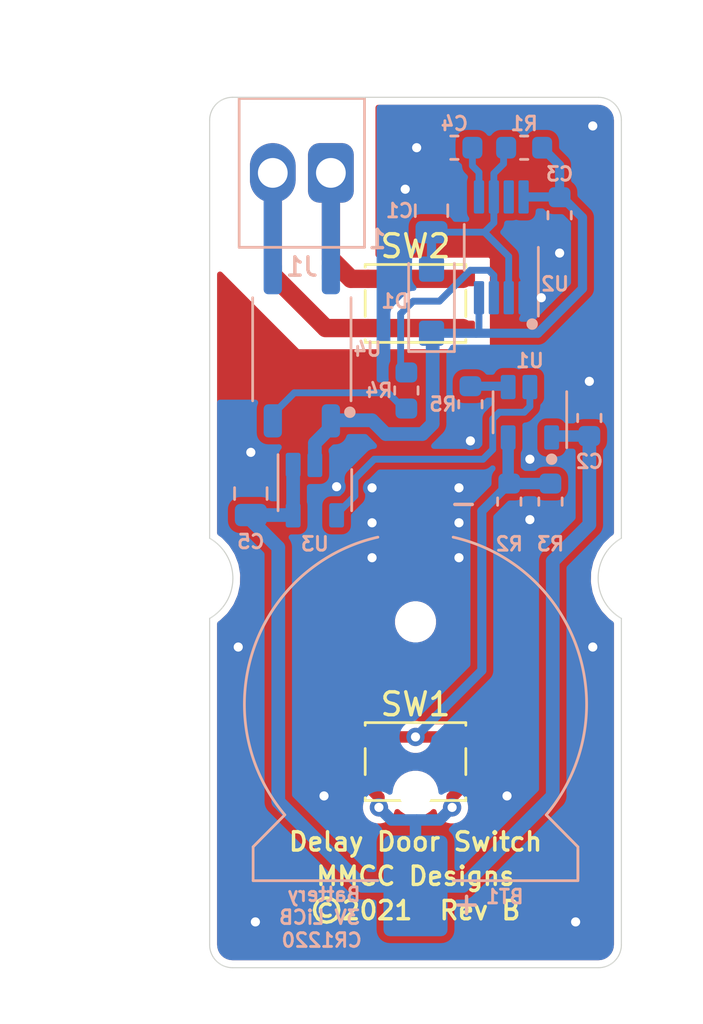
<source format=kicad_pcb>
(kicad_pcb (version 20171130) (host pcbnew "(5.1.6-0-10_14)")

  (general
    (thickness 1.6)
    (drawings 44)
    (tracks 147)
    (zones 0)
    (modules 19)
    (nets 14)
  )

  (page A4)
  (title_block
    (title "Delay Door Switch")
    (date 2021-12-17)
    (rev B)
    (company "MMCC Designs ©2021")
  )

  (layers
    (0 F.Cu signal)
    (31 B.Cu signal)
    (32 B.Adhes user)
    (33 F.Adhes user)
    (34 B.Paste user)
    (35 F.Paste user)
    (36 B.SilkS user)
    (37 F.SilkS user)
    (38 B.Mask user)
    (39 F.Mask user)
    (40 Dwgs.User user)
    (41 Cmts.User user)
    (42 Eco1.User user)
    (43 Eco2.User user)
    (44 Edge.Cuts user)
    (45 Margin user)
    (46 B.CrtYd user)
    (47 F.CrtYd user)
    (48 B.Fab user)
    (49 F.Fab user)
  )

  (setup
    (last_trace_width 0.25)
    (user_trace_width 0.3)
    (user_trace_width 0.4)
    (user_trace_width 0.5)
    (user_trace_width 0.6)
    (user_trace_width 0.7)
    (user_trace_width 0.8)
    (trace_clearance 0.2)
    (zone_clearance 0.508)
    (zone_45_only no)
    (trace_min 0.2)
    (via_size 0.8)
    (via_drill 0.4)
    (via_min_size 0.4)
    (via_min_drill 0.3)
    (user_via 0.6 0.3)
    (uvia_size 0.3)
    (uvia_drill 0.1)
    (uvias_allowed no)
    (uvia_min_size 0.2)
    (uvia_min_drill 0.1)
    (edge_width 0.05)
    (segment_width 0.2)
    (pcb_text_width 0.3)
    (pcb_text_size 1.5 1.5)
    (mod_edge_width 0.12)
    (mod_text_size 1 1)
    (mod_text_width 0.15)
    (pad_size 1.06 0.65)
    (pad_drill 0)
    (pad_to_mask_clearance 0.05)
    (aux_axis_origin 0 0)
    (visible_elements FFFFFF7F)
    (pcbplotparams
      (layerselection 0x010fc_ffffffff)
      (usegerberextensions false)
      (usegerberattributes true)
      (usegerberadvancedattributes true)
      (creategerberjobfile true)
      (excludeedgelayer true)
      (linewidth 0.100000)
      (plotframeref false)
      (viasonmask false)
      (mode 1)
      (useauxorigin false)
      (hpglpennumber 1)
      (hpglpenspeed 20)
      (hpglpendiameter 15.000000)
      (psnegative false)
      (psa4output false)
      (plotreference true)
      (plotvalue true)
      (plotinvisibletext false)
      (padsonsilk false)
      (subtractmaskfromsilk false)
      (outputformat 1)
      (mirror false)
      (drillshape 0)
      (scaleselection 1)
      (outputdirectory "gerbers/"))
  )

  (net 0 "")
  (net 1 GND)
  (net 2 VBAT)
  (net 3 "Net-(C1-Pad1)")
  (net 4 /VSW)
  (net 5 "Net-(C4-Pad1)")
  (net 6 "Net-(J1-Pad2)")
  (net 7 "Net-(J1-Pad1)")
  (net 8 "Net-(R2-Pad1)")
  (net 9 "Net-(R4-Pad2)")
  (net 10 "Net-(R4-Pad1)")
  (net 11 "Net-(R5-Pad1)")
  (net 12 "Net-(U1-Pad5)")
  (net 13 "Net-(U2-Pad7)")

  (net_class Default "This is the default net class."
    (clearance 0.2)
    (trace_width 0.25)
    (via_dia 0.8)
    (via_drill 0.4)
    (uvia_dia 0.3)
    (uvia_drill 0.1)
    (add_net /VSW)
    (add_net GND)
    (add_net "Net-(C1-Pad1)")
    (add_net "Net-(C4-Pad1)")
    (add_net "Net-(J1-Pad1)")
    (add_net "Net-(J1-Pad2)")
    (add_net "Net-(R2-Pad1)")
    (add_net "Net-(R4-Pad1)")
    (add_net "Net-(R4-Pad2)")
    (add_net "Net-(R5-Pad1)")
    (add_net "Net-(U1-Pad5)")
    (add_net "Net-(U2-Pad7)")
    (add_net VBAT)
  )

  (module Button_Switch_SMD:SW_SPST_PTS810 (layer F.Cu) (tedit 627A61F9) (tstamp 61BD7AFE)
    (at 134 59 180)
    (descr "C&K Components, PTS 810 Series, Microminiature SMT Top Actuated, http://www.ckswitches.com/media/1476/pts810.pdf")
    (tags "SPST Button Switch")
    (path /61C0C6E6)
    (attr smd)
    (fp_text reference SW2 (at 0 2.5 180) (layer F.SilkS)
      (effects (font (size 1 1) (thickness 0.15)))
    )
    (fp_text value "Zero Delay" (at 0 2.6 180) (layer F.Fab)
      (effects (font (size 1 1) (thickness 0.15)))
    )
    (fp_line (start 2.1 1.6) (end 2.1 -1.6) (layer F.Fab) (width 0.1))
    (fp_line (start 2.1 -1.6) (end -2.1 -1.6) (layer F.Fab) (width 0.1))
    (fp_line (start -2.1 -1.6) (end -2.1 1.6) (layer F.Fab) (width 0.1))
    (fp_line (start -2.1 1.6) (end 2.1 1.6) (layer F.Fab) (width 0.1))
    (fp_line (start -0.4 -1.1) (end 0.4 -1.1) (layer F.Fab) (width 0.1))
    (fp_line (start 0.4 1.1) (end -0.4 1.1) (layer F.Fab) (width 0.1))
    (fp_line (start 2.2 -1.7) (end -2.2 -1.7) (layer F.SilkS) (width 0.12))
    (fp_line (start -2.2 -1.7) (end -2.2 -1.58) (layer F.SilkS) (width 0.12))
    (fp_line (start -2.2 -0.57) (end -2.2 0.57) (layer F.SilkS) (width 0.12))
    (fp_line (start -2.2 1.58) (end -2.2 1.7) (layer F.SilkS) (width 0.12))
    (fp_line (start -2.2 1.7) (end 2.2 1.7) (layer F.SilkS) (width 0.12))
    (fp_line (start 2.2 1.7) (end 2.2 1.58) (layer F.SilkS) (width 0.12))
    (fp_line (start 2.2 0.57) (end 2.2 -0.57) (layer F.SilkS) (width 0.12))
    (fp_line (start 2.2 -1.58) (end 2.2 -1.7) (layer F.SilkS) (width 0.12))
    (fp_line (start 2.85 -1.85) (end 2.85 1.85) (layer F.CrtYd) (width 0.05))
    (fp_line (start 2.85 1.85) (end -2.85 1.85) (layer F.CrtYd) (width 0.05))
    (fp_line (start -2.85 1.85) (end -2.85 -1.85) (layer F.CrtYd) (width 0.05))
    (fp_line (start -2.85 -1.85) (end 2.85 -1.85) (layer F.CrtYd) (width 0.05))
    (fp_arc (start 0.4 0) (end 0.4 -1.1) (angle 180) (layer F.Fab) (width 0.1))
    (fp_arc (start -0.4 0) (end -0.4 1.1) (angle 180) (layer F.Fab) (width 0.1))
    (fp_text user %R (at 0 0 180) (layer F.Fab)
      (effects (font (size 0.6 0.6) (thickness 0.09)))
    )
    (pad 2 smd roundrect (at 2.075 1.075 180) (size 1.05 0.65) (layers F.Cu F.Paste F.Mask) (roundrect_rratio 0.15)
      (net 7 "Net-(J1-Pad1)"))
    (pad 2 smd roundrect (at -2.075 1.075 180) (size 1.05 0.65) (layers F.Cu F.Paste F.Mask) (roundrect_rratio 0.15)
      (net 7 "Net-(J1-Pad1)"))
    (pad 1 smd roundrect (at 2.075 -1.075 180) (size 1.05 0.65) (layers F.Cu F.Paste F.Mask) (roundrect_rratio 0.15)
      (net 6 "Net-(J1-Pad2)"))
    (pad 1 smd roundrect (at -2.075 -1.075 180) (size 1.05 0.65) (layers F.Cu F.Paste F.Mask) (roundrect_rratio 0.15)
      (net 6 "Net-(J1-Pad2)"))
    (model ${KISYS3DMOD}/Button_Switch_SMD.3dshapes/SW_SPST_PTS810.wrl
      (at (xyz 0 0 0))
      (scale (xyz 1 1 1))
      (rotate (xyz 0 0 0))
    )
    (model /Users/mattm/Projects/KiCad-Projects/Libraries/newparts-3dmodels/PTS810SJG250SMTRLFS.stp
      (offset (xyz 0 0 1.4))
      (scale (xyz 1 1 1))
      (rotate (xyz -90 0 0))
    )
  )

  (module Button_Switch_SMD:SW_SPST_PTS810 (layer F.Cu) (tedit 627936E7) (tstamp 61BD781E)
    (at 134 79)
    (descr "C&K Components, PTS 810 Series, Microminiature SMT Top Actuated, http://www.ckswitches.com/media/1476/pts810.pdf")
    (tags "SPST Button Switch")
    (path /61BD5E95)
    (attr smd)
    (fp_text reference SW1 (at 0 -2.5) (layer F.SilkS)
      (effects (font (size 1 1) (thickness 0.15)))
    )
    (fp_text value Delay (at 0 2.6) (layer F.Fab)
      (effects (font (size 1 1) (thickness 0.15)))
    )
    (fp_line (start 2.1 1.6) (end 2.1 -1.6) (layer F.Fab) (width 0.1))
    (fp_line (start 2.1 -1.6) (end -2.1 -1.6) (layer F.Fab) (width 0.1))
    (fp_line (start -2.1 -1.6) (end -2.1 1.6) (layer F.Fab) (width 0.1))
    (fp_line (start -2.1 1.6) (end 2.1 1.6) (layer F.Fab) (width 0.1))
    (fp_line (start -0.4 -1.1) (end 0.4 -1.1) (layer F.Fab) (width 0.1))
    (fp_line (start 0.4 1.1) (end -0.4 1.1) (layer F.Fab) (width 0.1))
    (fp_line (start 2.2 -1.7) (end -2.2 -1.7) (layer F.SilkS) (width 0.12))
    (fp_line (start -2.2 -1.7) (end -2.2 -1.58) (layer F.SilkS) (width 0.12))
    (fp_line (start -2.2 -0.57) (end -2.2 0.57) (layer F.SilkS) (width 0.12))
    (fp_line (start -2.2 1.58) (end -2.2 1.7) (layer F.SilkS) (width 0.12))
    (fp_line (start -2.2 1.7) (end 2.2 1.7) (layer F.SilkS) (width 0.12))
    (fp_line (start 2.2 1.7) (end 2.2 1.58) (layer F.SilkS) (width 0.12))
    (fp_line (start 2.2 0.57) (end 2.2 -0.57) (layer F.SilkS) (width 0.12))
    (fp_line (start 2.2 -1.58) (end 2.2 -1.7) (layer F.SilkS) (width 0.12))
    (fp_line (start 2.85 -1.85) (end 2.85 1.85) (layer F.CrtYd) (width 0.05))
    (fp_line (start 2.85 1.85) (end -2.85 1.85) (layer F.CrtYd) (width 0.05))
    (fp_line (start -2.85 1.85) (end -2.85 -1.85) (layer F.CrtYd) (width 0.05))
    (fp_line (start -2.85 -1.85) (end 2.85 -1.85) (layer F.CrtYd) (width 0.05))
    (fp_arc (start 0.4 0) (end 0.4 -1.1) (angle 180) (layer F.Fab) (width 0.1))
    (fp_arc (start -0.4 0) (end -0.4 1.1) (angle 180) (layer F.Fab) (width 0.1))
    (fp_text user %R (at 0 0) (layer F.Fab)
      (effects (font (size 0.6 0.6) (thickness 0.09)))
    )
    (pad 2 smd roundrect (at 2.075 1.075) (size 1.05 0.65) (layers F.Cu F.Paste F.Mask) (roundrect_rratio 0.15)
      (net 2 VBAT))
    (pad 2 smd roundrect (at -2.075 1.075) (size 1.05 0.65) (layers F.Cu F.Paste F.Mask) (roundrect_rratio 0.15)
      (net 2 VBAT))
    (pad 1 smd roundrect (at 2.075 -1.075) (size 1.05 0.65) (layers F.Cu F.Paste F.Mask) (roundrect_rratio 0.15)
      (net 8 "Net-(R2-Pad1)"))
    (pad 1 smd roundrect (at -2.075 -1.075) (size 1.05 0.65) (layers F.Cu F.Paste F.Mask) (roundrect_rratio 0.15)
      (net 8 "Net-(R2-Pad1)"))
    (model ${KISYS3DMOD}/Button_Switch_SMD.3dshapes/SW_SPST_PTS810.wrl
      (at (xyz 0 0 0))
      (scale (xyz 1 1 1))
      (rotate (xyz 0 0 0))
    )
    (model /Users/mattm/Projects/KiCad-Projects/Libraries/newparts-3dmodels/PTS810SJG250SMTRLFS.stp
      (offset (xyz 0 0 1.4))
      (scale (xyz 1 1 1))
      (rotate (xyz -90 0 0))
    )
  )

  (module Package_TO_SOT_SMD:SOT-23-5 (layer B.Cu) (tedit 627936A3) (tstamp 61BE7C4C)
    (at 129.6 67.15 270)
    (descr "5-pin SOT23 package")
    (tags SOT-23-5)
    (path /61C3C26B)
    (attr smd)
    (fp_text reference U3 (at 2.35 0 180) (layer B.SilkS)
      (effects (font (size 0.6 0.6) (thickness 0.125)) (justify mirror))
    )
    (fp_text value TS5A3166DBVR (at 1.25 -0.2) (layer B.Fab)
      (effects (font (size 0.4 0.4) (thickness 0.06)) (justify mirror))
    )
    (fp_line (start 0.9 1.55) (end 0.9 -1.55) (layer B.Fab) (width 0.1))
    (fp_line (start 0.9 -1.55) (end -0.9 -1.55) (layer B.Fab) (width 0.1))
    (fp_line (start -0.9 0.9) (end -0.9 -1.55) (layer B.Fab) (width 0.1))
    (fp_line (start 0.9 1.55) (end -0.25 1.55) (layer B.Fab) (width 0.1))
    (fp_line (start -0.9 0.9) (end -0.25 1.55) (layer B.Fab) (width 0.1))
    (fp_line (start -1.9 -1.8) (end -1.9 1.8) (layer B.CrtYd) (width 0.05))
    (fp_line (start 1.9 -1.8) (end -1.9 -1.8) (layer B.CrtYd) (width 0.05))
    (fp_line (start 1.9 1.8) (end 1.9 -1.8) (layer B.CrtYd) (width 0.05))
    (fp_line (start -1.9 1.8) (end 1.9 1.8) (layer B.CrtYd) (width 0.05))
    (fp_line (start 0.9 1.61) (end -1.55 1.61) (layer B.SilkS) (width 0.12))
    (fp_line (start -0.9 -1.61) (end 0.9 -1.61) (layer B.SilkS) (width 0.12))
    (fp_text user %R (at 0 0 180) (layer B.Fab)
      (effects (font (size 0.5 0.5) (thickness 0.075)) (justify mirror))
    )
    (pad 5 smd roundrect (at 1.1 0.95 270) (size 1.06 0.65) (layers B.Cu B.Paste B.Mask) (roundrect_rratio 0.15)
      (net 2 VBAT))
    (pad 4 smd roundrect (at 1.1 -0.95 270) (size 1.06 0.65) (layers B.Cu B.Paste B.Mask) (roundrect_rratio 0.15)
      (net 12 "Net-(U1-Pad5)"))
    (pad 3 smd roundrect (at -1.1 -0.95 270) (size 1.06 0.65) (layers B.Cu B.Paste B.Mask) (roundrect_rratio 0.15)
      (net 1 GND))
    (pad 2 smd roundrect (at -1.1 0 270) (size 1.06 0.65) (layers B.Cu B.Paste B.Mask) (roundrect_rratio 0.15)
      (net 4 /VSW))
    (pad 1 smd roundrect (at -1.1 0.95 270) (size 1.06 0.65) (layers B.Cu B.Paste B.Mask) (roundrect_rratio 0.15)
      (net 2 VBAT))
    (model ${KISYS3DMOD}/Package_TO_SOT_SMD.3dshapes/SOT-23-5.wrl
      (at (xyz 0 0 0))
      (scale (xyz 1 1 1))
      (rotate (xyz 0 0 0))
    )
  )

  (module Package_TO_SOT_SMD:SOT-23-6 (layer B.Cu) (tedit 627935E8) (tstamp 61BD9281)
    (at 139 63.75 90)
    (descr "6-pin SOT-23 package")
    (tags SOT-23-6)
    (path /61C3EEE6)
    (attr smd)
    (fp_text reference U1 (at 2.25 0) (layer B.SilkS)
      (effects (font (size 0.6 0.6) (thickness 0.125)) (justify mirror))
    )
    (fp_text value TPL5111 (at -0.35 0 180) (layer B.Fab)
      (effects (font (size 0.4 0.4) (thickness 0.06)) (justify mirror))
    )
    (fp_line (start 0.9 1.55) (end 0.9 -1.55) (layer B.Fab) (width 0.1))
    (fp_line (start 0.9 -1.55) (end -0.9 -1.55) (layer B.Fab) (width 0.1))
    (fp_line (start -0.9 0.9) (end -0.9 -1.55) (layer B.Fab) (width 0.1))
    (fp_line (start 0.9 1.55) (end -0.25 1.55) (layer B.Fab) (width 0.1))
    (fp_line (start -0.9 0.9) (end -0.25 1.55) (layer B.Fab) (width 0.1))
    (fp_line (start -1.9 1.8) (end -1.9 -1.8) (layer B.CrtYd) (width 0.05))
    (fp_line (start -1.9 -1.8) (end 1.9 -1.8) (layer B.CrtYd) (width 0.05))
    (fp_line (start 1.9 -1.8) (end 1.9 1.8) (layer B.CrtYd) (width 0.05))
    (fp_line (start 1.9 1.8) (end -1.9 1.8) (layer B.CrtYd) (width 0.05))
    (fp_line (start 0.9 1.61) (end -1.55 1.61) (layer B.SilkS) (width 0.12))
    (fp_line (start -0.9 -1.61) (end 0.9 -1.61) (layer B.SilkS) (width 0.12))
    (fp_text user %R (at 0.25 0) (layer B.Fab)
      (effects (font (size 0.5 0.5) (thickness 0.075)) (justify mirror))
    )
    (pad 5 smd roundrect (at 1.1 0 90) (size 1.06 0.65) (layers B.Cu B.Paste B.Mask) (roundrect_rratio 0.15)
      (net 12 "Net-(U1-Pad5)"))
    (pad 6 smd roundrect (at 1.1 0.95 90) (size 1.06 0.65) (layers B.Cu B.Paste B.Mask) (roundrect_rratio 0.15)
      (net 1 GND))
    (pad 4 smd roundrect (at 1.1 -0.95 90) (size 1.06 0.65) (layers B.Cu B.Paste B.Mask) (roundrect_rratio 0.15)
      (net 11 "Net-(R5-Pad1)"))
    (pad 3 smd roundrect (at -1.1 -0.95 90) (size 1.06 0.65) (layers B.Cu B.Paste B.Mask) (roundrect_rratio 0.15)
      (net 8 "Net-(R2-Pad1)"))
    (pad 2 smd roundrect (at -1.1 0 90) (size 1.06 0.65) (layers B.Cu B.Paste B.Mask) (roundrect_rratio 0.15)
      (net 1 GND))
    (pad 1 smd roundrect (at -1.1 0.95 90) (size 1.06 0.65) (layers B.Cu B.Paste B.Mask) (roundrect_rratio 0.15)
      (net 2 VBAT))
    (model ${KISYS3DMOD}/Package_TO_SOT_SMD.3dshapes/SOT-23-6.wrl
      (at (xyz 0 0 0))
      (scale (xyz 1 1 1))
      (rotate (xyz 0 0 0))
    )
  )

  (module Diode_SMD:D_SOD-123F (layer B.Cu) (tedit 627935BE) (tstamp 61BD7796)
    (at 134.7 58.9 90)
    (descr D_SOD-123F)
    (tags D_SOD-123F)
    (path /61BEAD2F)
    (attr smd)
    (fp_text reference D1 (at 0 -1.6) (layer B.SilkS)
      (effects (font (size 0.6 0.6) (thickness 0.125)) (justify mirror))
    )
    (fp_text value 1N4148 (at -1.8 0 180) (layer B.Fab)
      (effects (font (size 0.4 0.4) (thickness 0.06)) (justify mirror))
    )
    (fp_line (start -2.2 1) (end 1.65 1) (layer B.SilkS) (width 0.12))
    (fp_line (start -2.2 -1) (end 1.65 -1) (layer B.SilkS) (width 0.12))
    (fp_line (start -2.2 1.15) (end -2.2 -1.15) (layer B.CrtYd) (width 0.05))
    (fp_line (start 2.2 -1.15) (end -2.2 -1.15) (layer B.CrtYd) (width 0.05))
    (fp_line (start 2.2 1.15) (end 2.2 -1.15) (layer B.CrtYd) (width 0.05))
    (fp_line (start -2.2 1.15) (end 2.2 1.15) (layer B.CrtYd) (width 0.05))
    (fp_line (start -1.4 0.9) (end 1.4 0.9) (layer B.Fab) (width 0.1))
    (fp_line (start 1.4 0.9) (end 1.4 -0.9) (layer B.Fab) (width 0.1))
    (fp_line (start 1.4 -0.9) (end -1.4 -0.9) (layer B.Fab) (width 0.1))
    (fp_line (start -1.4 -0.9) (end -1.4 0.9) (layer B.Fab) (width 0.1))
    (fp_line (start -0.75 0) (end -0.35 0) (layer B.Fab) (width 0.1))
    (fp_line (start -0.35 0) (end -0.35 0.55) (layer B.Fab) (width 0.1))
    (fp_line (start -0.35 0) (end -0.35 -0.55) (layer B.Fab) (width 0.1))
    (fp_line (start -0.35 0) (end 0.25 0.4) (layer B.Fab) (width 0.1))
    (fp_line (start 0.25 0.4) (end 0.25 -0.4) (layer B.Fab) (width 0.1))
    (fp_line (start 0.25 -0.4) (end -0.35 0) (layer B.Fab) (width 0.1))
    (fp_line (start 0.25 0) (end 0.75 0) (layer B.Fab) (width 0.1))
    (fp_line (start -2.2 1) (end -2.2 -1) (layer B.SilkS) (width 0.12))
    (fp_text user %R (at -1 0 180) (layer B.Fab)
      (effects (font (size 0.5 0.5) (thickness 0.1)) (justify mirror))
    )
    (pad 2 smd roundrect (at 1.4 0 90) (size 1.1 1.1) (layers B.Cu B.Paste B.Mask) (roundrect_rratio 0.15)
      (net 3 "Net-(C1-Pad1)"))
    (pad 1 smd roundrect (at -1.4 0 90) (size 1.1 1.1) (layers B.Cu B.Paste B.Mask) (roundrect_rratio 0.15)
      (net 4 /VSW))
    (model ${KISYS3DMOD}/Diode_SMD.3dshapes/D_SOD-123F.wrl
      (at (xyz 0 0 0))
      (scale (xyz 1 1 1))
      (rotate (xyz 0 0 0))
    )
  )

  (module Package_SO:VSSOP-8_3.0x3.0mm_P0.65mm (layer B.Cu) (tedit 6279356D) (tstamp 625219B2)
    (at 137.75 56.55 90)
    (descr "VSSOP-8 3.0 x 3.0, http://www.ti.com/lit/ds/symlink/lm75b.pdf")
    (tags "VSSOP-8 3.0 x 3.0")
    (path /61BDDA85)
    (attr smd)
    (fp_text reference U2 (at -1.6 2.35) (layer B.SilkS)
      (effects (font (size 0.6 0.6) (thickness 0.125)) (justify mirror))
    )
    (fp_text value LMC555CM (at -0.15 -0.05 180) (layer B.Fab)
      (effects (font (size 0.35 0.35) (thickness 0.075)) (justify mirror))
    )
    (fp_line (start 1.5 1.5) (end 1.5 -1.5) (layer B.Fab) (width 0.1))
    (fp_line (start 1.5 -1.5) (end -1.5 -1.5) (layer B.Fab) (width 0.1))
    (fp_line (start -1.5 -1.5) (end -1.5 0.5) (layer B.Fab) (width 0.1))
    (fp_line (start -0.5 1.5) (end 1.5 1.5) (layer B.Fab) (width 0.1))
    (fp_line (start -0.5 1.5) (end -1.5 0.5) (layer B.Fab) (width 0.1))
    (fp_line (start 0 1.62) (end -3 1.62) (layer B.SilkS) (width 0.12))
    (fp_line (start 1 -1.62) (end -1 -1.62) (layer B.SilkS) (width 0.12))
    (fp_line (start 3.48 1.75) (end 3.48 -1.75) (layer B.CrtYd) (width 0.05))
    (fp_line (start 3.48 -1.75) (end -3.48 -1.75) (layer B.CrtYd) (width 0.05))
    (fp_line (start -3.48 -1.75) (end -3.48 1.75) (layer B.CrtYd) (width 0.05))
    (fp_line (start -3.48 1.75) (end 3.48 1.75) (layer B.CrtYd) (width 0.05))
    (fp_text user %R (at 0.45 0 180) (layer B.Fab)
      (effects (font (size 0.5 0.5) (thickness 0.1)) (justify mirror))
    )
    (pad 8 smd roundrect (at 2.2 0.975 180) (size 0.45 1.45) (layers B.Cu B.Paste B.Mask) (roundrect_rratio 0.15)
      (net 4 /VSW))
    (pad 7 smd roundrect (at 2.2 0.325 180) (size 0.45 1.45) (layers B.Cu B.Paste B.Mask) (roundrect_rratio 0.15)
      (net 13 "Net-(U2-Pad7)"))
    (pad 6 smd roundrect (at 2.2 -0.325 180) (size 0.45 1.45) (layers B.Cu B.Paste B.Mask) (roundrect_rratio 0.15)
      (net 3 "Net-(C1-Pad1)"))
    (pad 5 smd roundrect (at 2.2 -0.975 180) (size 0.45 1.45) (layers B.Cu B.Paste B.Mask) (roundrect_rratio 0.15)
      (net 5 "Net-(C4-Pad1)"))
    (pad 4 smd roundrect (at -2.2 -0.975 180) (size 0.45 1.45) (layers B.Cu B.Paste B.Mask) (roundrect_rratio 0.15)
      (net 4 /VSW))
    (pad 3 smd roundrect (at -2.2 -0.325 180) (size 0.45 1.45) (layers B.Cu B.Paste B.Mask) (roundrect_rratio 0.15)
      (net 9 "Net-(R4-Pad2)"))
    (pad 2 smd roundrect (at -2.2 0.325 180) (size 0.45 1.45) (layers B.Cu B.Paste B.Mask) (roundrect_rratio 0.15)
      (net 3 "Net-(C1-Pad1)"))
    (pad 1 smd roundrect (at -2.2 0.975 180) (size 0.45 1.45) (layers B.Cu B.Paste B.Mask) (roundrect_rratio 0.15)
      (net 1 GND))
    (model ${KISYS3DMOD}/Package_SO.3dshapes/VSSOP-8_3.0x3.0mm_P0.65mm.wrl
      (at (xyz 0 0 0))
      (scale (xyz 1 1 1))
      (rotate (xyz 0 0 0))
    )
  )

  (module newparts-library:Wuerth_WR-TBL_691210910002_1x02_P2.54mm_Horizontal (layer B.Cu) (tedit 61C4C21F) (tstamp 61BD77AC)
    (at 129.03 53.3 180)
    (descr "Wuerth WR-TBL series connector, 691210910002")
    (path /61C076B5)
    (fp_text reference J1 (at 0 -4.1) (layer B.SilkS)
      (effects (font (size 0.8 0.8) (thickness 0.15)) (justify mirror))
    )
    (fp_text value 691210910002 (at 0 2.2) (layer B.Fab)
      (effects (font (size 0.4 0.4) (thickness 0.1)) (justify mirror))
    )
    (fp_line (start -3 -3.5) (end -3 3.5) (layer B.CrtYd) (width 0.12))
    (fp_line (start 3 -3.5) (end -3 -3.5) (layer B.CrtYd) (width 0.12))
    (fp_line (start 3 3.5) (end 3 -3.5) (layer B.CrtYd) (width 0.12))
    (fp_line (start -3 3.5) (end 3 3.5) (layer B.CrtYd) (width 0.12))
    (fp_line (start 2.74 -3.25) (end -2.74 -3.25) (layer B.SilkS) (width 0.12))
    (fp_line (start -2.74 -3.25) (end -2.74 3.25) (layer B.SilkS) (width 0.12))
    (fp_line (start 2.74 3.25) (end 2.74 -3.25) (layer B.SilkS) (width 0.12))
    (fp_line (start -2.74 3.25) (end 2.74 3.25) (layer B.SilkS) (width 0.12))
    (fp_line (start -2.74 -3.25) (end -2.74 3.25) (layer B.Fab) (width 0.12))
    (fp_line (start 2.74 -3.25) (end -2.74 -3.25) (layer B.Fab) (width 0.12))
    (fp_line (start 2.74 3.25) (end 2.74 -3.25) (layer B.Fab) (width 0.12))
    (fp_line (start -2.74 3.25) (end 2.74 3.25) (layer B.Fab) (width 0.12))
    (fp_text user 1 (at -3.3 -2.9) (layer B.SilkS)
      (effects (font (size 0.8 0.8) (thickness 0.15)) (justify mirror))
    )
    (pad 2 thru_hole oval (at 1.27 0 180) (size 2 2.6) (drill 1.3) (layers *.Cu *.Mask)
      (net 6 "Net-(J1-Pad2)"))
    (pad 1 thru_hole roundrect (at -1.27 0 180) (size 2 2.6) (drill 1.3) (layers *.Cu *.Mask) (roundrect_rratio 0.25)
      (net 7 "Net-(J1-Pad1)"))
    (model /Users/mattm/Projects/KiCad-Projects/Libraries/newparts-3dmodels/691210910002.stp
      (offset (xyz 0 0 2.5))
      (scale (xyz 1 1 1))
      (rotate (xyz 0 0 180))
    )
  )

  (module newparts-library:SOP-4_4.4x4.3mm_P2.54mm (layer B.Cu) (tedit 61C4B516) (tstamp 61C5199B)
    (at 129.03 61 90)
    (path /61C56DA7)
    (fp_text reference U4 (at 0 2.87 180) (layer B.SilkS)
      (effects (font (size 0.6 0.6) (thickness 0.125)) (justify mirror))
    )
    (fp_text value C247S (at 0 0 180) (layer B.Fab)
      (effects (font (size 0.6 0.6) (thickness 0.125)) (justify mirror))
    )
    (fp_line (start -2.2 2.15) (end 2.2 2.15) (layer B.Fab) (width 0.12))
    (fp_line (start 2.2 2.15) (end 2.2 -2.15) (layer B.Fab) (width 0.12))
    (fp_line (start 2.2 -2.15) (end -2.2 -2.15) (layer B.Fab) (width 0.12))
    (fp_line (start -2.2 -2.15) (end -2.2 2.15) (layer B.Fab) (width 0.12))
    (fp_circle (center -1.75 1.5) (end -1.75 1.25) (layer B.Fab) (width 0.12))
    (fp_line (start -2.25 2.15) (end 2.25 2.15) (layer B.SilkS) (width 0.12))
    (fp_line (start -2.25 -2.15) (end 2.25 -2.15) (layer B.SilkS) (width 0.12))
    (fp_circle (center -2.75 2.1) (end -2.625 2.1) (layer B.SilkS) (width 0.25))
    (fp_line (start -4.1 2.35) (end 4.1 2.35) (layer B.CrtYd) (width 0.05))
    (fp_line (start 4.1 2.35) (end 4.1 -2.35) (layer B.CrtYd) (width 0.05))
    (fp_line (start 4.1 -2.35) (end -4.1 -2.35) (layer B.CrtYd) (width 0.05))
    (fp_line (start -4.1 -2.35) (end -4.1 2.35) (layer B.CrtYd) (width 0.05))
    (pad 4 smd roundrect (at 3.125 1.27 90) (size 1.45 0.8) (layers B.Cu B.Paste B.Mask) (roundrect_rratio 0.25)
      (net 7 "Net-(J1-Pad1)"))
    (pad 3 smd roundrect (at 3.125 -1.27 90) (size 1.45 0.8) (layers B.Cu B.Paste B.Mask) (roundrect_rratio 0.25)
      (net 6 "Net-(J1-Pad2)"))
    (pad 2 smd roundrect (at -3.125 -1.27 90) (size 1.45 0.8) (layers B.Cu B.Paste B.Mask) (roundrect_rratio 0.25)
      (net 10 "Net-(R4-Pad1)"))
    (pad 1 smd roundrect (at -3.125 1.27 90) (size 1.45 0.8) (layers B.Cu B.Paste B.Mask) (roundrect_rratio 0.25)
      (net 4 /VSW))
  )

  (module newparts-library:BH-44G-5 (layer B.Cu) (tedit 61BE382F) (tstamp 61BE9C72)
    (at 134 76.5 270)
    (path /61BD214B)
    (fp_text reference BT1 (at 8.4 -3.9) (layer B.SilkS)
      (effects (font (size 0.6 0.6) (thickness 0.125)) (justify mirror))
    )
    (fp_text value CR1220 (at 0 0) (layer B.Fab)
      (effects (font (size 0.5 0.5) (thickness 0.1)) (justify mirror))
    )
    (fp_circle (center 0 0) (end 6.45 0) (layer Dwgs.User) (width 0.12))
    (fp_line (start 6.223 7.1) (end 7.7 7.1) (layer B.SilkS) (width 0.12))
    (fp_line (start 6.35 -7.1) (end 7.62 -7.1) (layer B.SilkS) (width 0.12))
    (fp_line (start 6.223 7.1) (end 4.826 5.715) (layer B.SilkS) (width 0.12))
    (fp_line (start 7.7 7.1) (end 7.7 1.651) (layer B.SilkS) (width 0.12))
    (fp_line (start 6.223 -7.1) (end 7.7 -7.1) (layer B.SilkS) (width 0.12))
    (fp_line (start 7.7 -7.1) (end 7.7 -1.651) (layer B.SilkS) (width 0.12))
    (fp_line (start 6.223 -7.1) (end 4.826 -5.715) (layer B.SilkS) (width 0.12))
    (fp_text user - (at -8.8 -2.1) (layer B.SilkS)
      (effects (font (size 1 1) (thickness 0.15)) (justify mirror))
    )
    (fp_text user + (at 8.763 -2.159 270) (layer B.SilkS)
      (effects (font (size 1 1) (thickness 0.15)) (justify mirror))
    )
    (fp_arc (start 0 0) (end 4.826 -5.715) (angle -117.4773471) (layer B.SilkS) (width 0.12))
    (fp_arc (start 0 0) (end 4.826 5.715) (angle 117.4773471) (layer B.SilkS) (width 0.12))
    (fp_text user CR1220 (at 10.3 4.1) (layer B.SilkS)
      (effects (font (size 0.6 0.6) (thickness 0.125)) (justify mirror))
    )
    (pad "" np_thru_hole circle (at 3.9 0 270) (size 1.4 1.4) (drill 1.4) (layers *.Cu *.Mask))
    (pad "" np_thru_hole circle (at -3.6 0 270) (size 1.2 1.2) (drill 1.2) (layers *.Cu *.Mask))
    (pad 1 smd roundrect (at 7.925 0 270) (size 4.4 2.8) (layers B.Cu B.Paste B.Mask) (roundrect_rratio 0.1)
      (net 2 VBAT))
    (pad 2 smd roundrect (at -7.925 0 270) (size 4.4 2.8) (layers B.Cu B.Paste B.Mask) (roundrect_rratio 0.1)
      (net 1 GND))
  )

  (module Resistor_SMD:R_0603_1608Metric (layer B.Cu) (tedit 5B301BBD) (tstamp 61BD92BB)
    (at 136.4 63.4 270)
    (descr "Resistor SMD 0603 (1608 Metric), square (rectangular) end terminal, IPC_7351 nominal, (Body size source: http://www.tortai-tech.com/upload/download/2011102023233369053.pdf), generated with kicad-footprint-generator")
    (tags resistor)
    (path /61C376BF)
    (attr smd)
    (fp_text reference R5 (at 0 1.2 180) (layer B.SilkS)
      (effects (font (size 0.6 0.6) (thickness 0.125)) (justify mirror))
    )
    (fp_text value 10K (at 1.2 0 180) (layer B.Fab)
      (effects (font (size 0.4 0.4) (thickness 0.06)) (justify mirror))
    )
    (fp_line (start 1.48 -0.73) (end -1.48 -0.73) (layer B.CrtYd) (width 0.05))
    (fp_line (start 1.48 0.73) (end 1.48 -0.73) (layer B.CrtYd) (width 0.05))
    (fp_line (start -1.48 0.73) (end 1.48 0.73) (layer B.CrtYd) (width 0.05))
    (fp_line (start -1.48 -0.73) (end -1.48 0.73) (layer B.CrtYd) (width 0.05))
    (fp_line (start -0.162779 -0.51) (end 0.162779 -0.51) (layer B.SilkS) (width 0.12))
    (fp_line (start -0.162779 0.51) (end 0.162779 0.51) (layer B.SilkS) (width 0.12))
    (fp_line (start 0.8 -0.4) (end -0.8 -0.4) (layer B.Fab) (width 0.1))
    (fp_line (start 0.8 0.4) (end 0.8 -0.4) (layer B.Fab) (width 0.1))
    (fp_line (start -0.8 0.4) (end 0.8 0.4) (layer B.Fab) (width 0.1))
    (fp_line (start -0.8 -0.4) (end -0.8 0.4) (layer B.Fab) (width 0.1))
    (fp_text user %R (at 0 0 180) (layer B.Fab)
      (effects (font (size 0.4 0.4) (thickness 0.06)) (justify mirror))
    )
    (pad 2 smd roundrect (at 0.7875 0 270) (size 0.875 0.95) (layers B.Cu B.Paste B.Mask) (roundrect_rratio 0.25)
      (net 1 GND))
    (pad 1 smd roundrect (at -0.7875 0 270) (size 0.875 0.95) (layers B.Cu B.Paste B.Mask) (roundrect_rratio 0.25)
      (net 11 "Net-(R5-Pad1)"))
    (model ${KISYS3DMOD}/Resistor_SMD.3dshapes/R_0603_1608Metric.wrl
      (at (xyz 0 0 0))
      (scale (xyz 1 1 1))
      (rotate (xyz 0 0 0))
    )
  )

  (module Resistor_SMD:R_0603_1608Metric (layer B.Cu) (tedit 5B301BBD) (tstamp 61BD77F0)
    (at 133.6 62.8 90)
    (descr "Resistor SMD 0603 (1608 Metric), square (rectangular) end terminal, IPC_7351 nominal, (Body size source: http://www.tortai-tech.com/upload/download/2011102023233369053.pdf), generated with kicad-footprint-generator")
    (tags resistor)
    (path /61BFF8F3)
    (attr smd)
    (fp_text reference R4 (at 0 -1.2 180) (layer B.SilkS)
      (effects (font (size 0.6 0.6) (thickness 0.125)) (justify mirror))
    )
    (fp_text value 301 (at -1.2 0 180) (layer B.Fab)
      (effects (font (size 0.4 0.4) (thickness 0.06)) (justify mirror))
    )
    (fp_line (start 1.48 -0.73) (end -1.48 -0.73) (layer B.CrtYd) (width 0.05))
    (fp_line (start 1.48 0.73) (end 1.48 -0.73) (layer B.CrtYd) (width 0.05))
    (fp_line (start -1.48 0.73) (end 1.48 0.73) (layer B.CrtYd) (width 0.05))
    (fp_line (start -1.48 -0.73) (end -1.48 0.73) (layer B.CrtYd) (width 0.05))
    (fp_line (start -0.162779 -0.51) (end 0.162779 -0.51) (layer B.SilkS) (width 0.12))
    (fp_line (start -0.162779 0.51) (end 0.162779 0.51) (layer B.SilkS) (width 0.12))
    (fp_line (start 0.8 -0.4) (end -0.8 -0.4) (layer B.Fab) (width 0.1))
    (fp_line (start 0.8 0.4) (end 0.8 -0.4) (layer B.Fab) (width 0.1))
    (fp_line (start -0.8 0.4) (end 0.8 0.4) (layer B.Fab) (width 0.1))
    (fp_line (start -0.8 -0.4) (end -0.8 0.4) (layer B.Fab) (width 0.1))
    (fp_text user %R (at 0 0 180) (layer B.Fab)
      (effects (font (size 0.4 0.4) (thickness 0.06)) (justify mirror))
    )
    (pad 2 smd roundrect (at 0.7875 0 90) (size 0.875 0.95) (layers B.Cu B.Paste B.Mask) (roundrect_rratio 0.25)
      (net 9 "Net-(R4-Pad2)"))
    (pad 1 smd roundrect (at -0.7875 0 90) (size 0.875 0.95) (layers B.Cu B.Paste B.Mask) (roundrect_rratio 0.25)
      (net 10 "Net-(R4-Pad1)"))
    (model ${KISYS3DMOD}/Resistor_SMD.3dshapes/R_0603_1608Metric.wrl
      (at (xyz 0 0 0))
      (scale (xyz 1 1 1))
      (rotate (xyz 0 0 0))
    )
  )

  (module Resistor_SMD:R_0603_1608Metric (layer B.Cu) (tedit 5B301BBD) (tstamp 61BD92EB)
    (at 139.9 67.65 270)
    (descr "Resistor SMD 0603 (1608 Metric), square (rectangular) end terminal, IPC_7351 nominal, (Body size source: http://www.tortai-tech.com/upload/download/2011102023233369053.pdf), generated with kicad-footprint-generator")
    (tags resistor)
    (path /61C346EE)
    (attr smd)
    (fp_text reference R3 (at 1.85 0 180) (layer B.SilkS)
      (effects (font (size 0.6 0.6) (thickness 0.125)) (justify mirror))
    )
    (fp_text value DNP (at 1.15 0 180) (layer B.Fab)
      (effects (font (size 0.4 0.4) (thickness 0.06)) (justify mirror))
    )
    (fp_line (start 1.48 -0.73) (end -1.48 -0.73) (layer B.CrtYd) (width 0.05))
    (fp_line (start 1.48 0.73) (end 1.48 -0.73) (layer B.CrtYd) (width 0.05))
    (fp_line (start -1.48 0.73) (end 1.48 0.73) (layer B.CrtYd) (width 0.05))
    (fp_line (start -1.48 -0.73) (end -1.48 0.73) (layer B.CrtYd) (width 0.05))
    (fp_line (start -0.162779 -0.51) (end 0.162779 -0.51) (layer B.SilkS) (width 0.12))
    (fp_line (start -0.162779 0.51) (end 0.162779 0.51) (layer B.SilkS) (width 0.12))
    (fp_line (start 0.8 -0.4) (end -0.8 -0.4) (layer B.Fab) (width 0.1))
    (fp_line (start 0.8 0.4) (end 0.8 -0.4) (layer B.Fab) (width 0.1))
    (fp_line (start -0.8 0.4) (end 0.8 0.4) (layer B.Fab) (width 0.1))
    (fp_line (start -0.8 -0.4) (end -0.8 0.4) (layer B.Fab) (width 0.1))
    (fp_text user %R (at 0 0 180) (layer B.Fab)
      (effects (font (size 0.4 0.4) (thickness 0.06)) (justify mirror))
    )
    (pad 2 smd roundrect (at 0.7875 0 270) (size 0.875 0.95) (layers B.Cu B.Paste B.Mask) (roundrect_rratio 0.25)
      (net 1 GND))
    (pad 1 smd roundrect (at -0.7875 0 270) (size 0.875 0.95) (layers B.Cu B.Paste B.Mask) (roundrect_rratio 0.25)
      (net 8 "Net-(R2-Pad1)"))
    (model ${KISYS3DMOD}/Resistor_SMD.3dshapes/R_0603_1608Metric.wrl
      (at (xyz 0 0 0))
      (scale (xyz 1 1 1))
      (rotate (xyz 0 0 0))
    )
  )

  (module Resistor_SMD:R_0603_1608Metric (layer B.Cu) (tedit 5B301BBD) (tstamp 61BD931B)
    (at 138.1 67.65 270)
    (descr "Resistor SMD 0603 (1608 Metric), square (rectangular) end terminal, IPC_7351 nominal, (Body size source: http://www.tortai-tech.com/upload/download/2011102023233369053.pdf), generated with kicad-footprint-generator")
    (tags resistor)
    (path /61BD742E)
    (attr smd)
    (fp_text reference R2 (at 1.85 0 180) (layer B.SilkS)
      (effects (font (size 0.6 0.6) (thickness 0.125)) (justify mirror))
    )
    (fp_text value 9.09K (at 1.15 0 180) (layer B.Fab)
      (effects (font (size 0.4 0.4) (thickness 0.06)) (justify mirror))
    )
    (fp_line (start 1.48 -0.73) (end -1.48 -0.73) (layer B.CrtYd) (width 0.05))
    (fp_line (start 1.48 0.73) (end 1.48 -0.73) (layer B.CrtYd) (width 0.05))
    (fp_line (start -1.48 0.73) (end 1.48 0.73) (layer B.CrtYd) (width 0.05))
    (fp_line (start -1.48 -0.73) (end -1.48 0.73) (layer B.CrtYd) (width 0.05))
    (fp_line (start -0.162779 -0.51) (end 0.162779 -0.51) (layer B.SilkS) (width 0.12))
    (fp_line (start -0.162779 0.51) (end 0.162779 0.51) (layer B.SilkS) (width 0.12))
    (fp_line (start 0.8 -0.4) (end -0.8 -0.4) (layer B.Fab) (width 0.1))
    (fp_line (start 0.8 0.4) (end 0.8 -0.4) (layer B.Fab) (width 0.1))
    (fp_line (start -0.8 0.4) (end 0.8 0.4) (layer B.Fab) (width 0.1))
    (fp_line (start -0.8 -0.4) (end -0.8 0.4) (layer B.Fab) (width 0.1))
    (fp_text user %R (at 0 0 180) (layer B.Fab)
      (effects (font (size 0.4 0.4) (thickness 0.06)) (justify mirror))
    )
    (pad 2 smd roundrect (at 0.7875 0 270) (size 0.875 0.95) (layers B.Cu B.Paste B.Mask) (roundrect_rratio 0.25)
      (net 1 GND))
    (pad 1 smd roundrect (at -0.7875 0 270) (size 0.875 0.95) (layers B.Cu B.Paste B.Mask) (roundrect_rratio 0.25)
      (net 8 "Net-(R2-Pad1)"))
    (model ${KISYS3DMOD}/Resistor_SMD.3dshapes/R_0603_1608Metric.wrl
      (at (xyz 0 0 0))
      (scale (xyz 1 1 1))
      (rotate (xyz 0 0 0))
    )
  )

  (module Resistor_SMD:R_0603_1608Metric (layer B.Cu) (tedit 5B301BBD) (tstamp 61BE2E4A)
    (at 138.75 52.2 180)
    (descr "Resistor SMD 0603 (1608 Metric), square (rectangular) end terminal, IPC_7351 nominal, (Body size source: http://www.tortai-tech.com/upload/download/2011102023233369053.pdf), generated with kicad-footprint-generator")
    (tags resistor)
    (path /61BE83C4)
    (attr smd)
    (fp_text reference R1 (at 0 1.05) (layer B.SilkS)
      (effects (font (size 0.6 0.6) (thickness 0.125)) (justify mirror))
    )
    (fp_text value 453K (at 0 -0.75) (layer B.Fab)
      (effects (font (size 0.4 0.4) (thickness 0.06)) (justify mirror))
    )
    (fp_line (start 1.48 -0.73) (end -1.48 -0.73) (layer B.CrtYd) (width 0.05))
    (fp_line (start 1.48 0.73) (end 1.48 -0.73) (layer B.CrtYd) (width 0.05))
    (fp_line (start -1.48 0.73) (end 1.48 0.73) (layer B.CrtYd) (width 0.05))
    (fp_line (start -1.48 -0.73) (end -1.48 0.73) (layer B.CrtYd) (width 0.05))
    (fp_line (start -0.162779 -0.51) (end 0.162779 -0.51) (layer B.SilkS) (width 0.12))
    (fp_line (start -0.162779 0.51) (end 0.162779 0.51) (layer B.SilkS) (width 0.12))
    (fp_line (start 0.8 -0.4) (end -0.8 -0.4) (layer B.Fab) (width 0.1))
    (fp_line (start 0.8 0.4) (end 0.8 -0.4) (layer B.Fab) (width 0.1))
    (fp_line (start -0.8 0.4) (end 0.8 0.4) (layer B.Fab) (width 0.1))
    (fp_line (start -0.8 -0.4) (end -0.8 0.4) (layer B.Fab) (width 0.1))
    (fp_text user %R (at 0 0) (layer B.Fab)
      (effects (font (size 0.4 0.4) (thickness 0.06)) (justify mirror))
    )
    (pad 2 smd roundrect (at 0.7875 0 180) (size 0.875 0.95) (layers B.Cu B.Paste B.Mask) (roundrect_rratio 0.25)
      (net 3 "Net-(C1-Pad1)"))
    (pad 1 smd roundrect (at -0.7875 0 180) (size 0.875 0.95) (layers B.Cu B.Paste B.Mask) (roundrect_rratio 0.25)
      (net 4 /VSW))
    (model ${KISYS3DMOD}/Resistor_SMD.3dshapes/R_0603_1608Metric.wrl
      (at (xyz 0 0 0))
      (scale (xyz 1 1 1))
      (rotate (xyz 0 0 0))
    )
  )

  (module Capacitor_SMD:C_0805_2012Metric (layer B.Cu) (tedit 5B36C52B) (tstamp 61BE0DF0)
    (at 126.8 67.3 90)
    (descr "Capacitor SMD 0805 (2012 Metric), square (rectangular) end terminal, IPC_7351 nominal, (Body size source: https://docs.google.com/spreadsheets/d/1BsfQQcO9C6DZCsRaXUlFlo91Tg2WpOkGARC1WS5S8t0/edit?usp=sharing), generated with kicad-footprint-generator")
    (tags capacitor)
    (path /61C61E41)
    (attr smd)
    (fp_text reference C5 (at -2.1 0) (layer B.SilkS)
      (effects (font (size 0.6 0.6) (thickness 0.125)) (justify mirror))
    )
    (fp_text value 10uF (at -1.4 0) (layer B.Fab)
      (effects (font (size 0.4 0.4) (thickness 0.06)) (justify mirror))
    )
    (fp_line (start 1.68 -0.95) (end -1.68 -0.95) (layer B.CrtYd) (width 0.05))
    (fp_line (start 1.68 0.95) (end 1.68 -0.95) (layer B.CrtYd) (width 0.05))
    (fp_line (start -1.68 0.95) (end 1.68 0.95) (layer B.CrtYd) (width 0.05))
    (fp_line (start -1.68 -0.95) (end -1.68 0.95) (layer B.CrtYd) (width 0.05))
    (fp_line (start -0.258578 -0.71) (end 0.258578 -0.71) (layer B.SilkS) (width 0.12))
    (fp_line (start -0.258578 0.71) (end 0.258578 0.71) (layer B.SilkS) (width 0.12))
    (fp_line (start 1 -0.6) (end -1 -0.6) (layer B.Fab) (width 0.1))
    (fp_line (start 1 0.6) (end 1 -0.6) (layer B.Fab) (width 0.1))
    (fp_line (start -1 0.6) (end 1 0.6) (layer B.Fab) (width 0.1))
    (fp_line (start -1 -0.6) (end -1 0.6) (layer B.Fab) (width 0.1))
    (fp_text user %R (at 0 0) (layer B.Fab)
      (effects (font (size 0.5 0.5) (thickness 0.08)) (justify mirror))
    )
    (pad 2 smd roundrect (at 0.9375 0 90) (size 0.975 1.4) (layers B.Cu B.Paste B.Mask) (roundrect_rratio 0.25)
      (net 1 GND))
    (pad 1 smd roundrect (at -0.9375 0 90) (size 0.975 1.4) (layers B.Cu B.Paste B.Mask) (roundrect_rratio 0.25)
      (net 2 VBAT))
    (model ${KISYS3DMOD}/Capacitor_SMD.3dshapes/C_0805_2012Metric.wrl
      (at (xyz 0 0 0))
      (scale (xyz 1 1 1))
      (rotate (xyz 0 0 0))
    )
  )

  (module Capacitor_SMD:C_0603_1608Metric (layer B.Cu) (tedit 5B301BBE) (tstamp 61BD978C)
    (at 135.7 52.2 180)
    (descr "Capacitor SMD 0603 (1608 Metric), square (rectangular) end terminal, IPC_7351 nominal, (Body size source: http://www.tortai-tech.com/upload/download/2011102023233369053.pdf), generated with kicad-footprint-generator")
    (tags capacitor)
    (path /61BE4D5E)
    (attr smd)
    (fp_text reference C4 (at 0 1.05) (layer B.SilkS)
      (effects (font (size 0.6 0.6) (thickness 0.125)) (justify mirror))
    )
    (fp_text value 10nF (at 0 -0.75) (layer B.Fab)
      (effects (font (size 0.4 0.4) (thickness 0.06)) (justify mirror))
    )
    (fp_line (start 1.48 -0.73) (end -1.48 -0.73) (layer B.CrtYd) (width 0.05))
    (fp_line (start 1.48 0.73) (end 1.48 -0.73) (layer B.CrtYd) (width 0.05))
    (fp_line (start -1.48 0.73) (end 1.48 0.73) (layer B.CrtYd) (width 0.05))
    (fp_line (start -1.48 -0.73) (end -1.48 0.73) (layer B.CrtYd) (width 0.05))
    (fp_line (start -0.162779 -0.51) (end 0.162779 -0.51) (layer B.SilkS) (width 0.12))
    (fp_line (start -0.162779 0.51) (end 0.162779 0.51) (layer B.SilkS) (width 0.12))
    (fp_line (start 0.8 -0.4) (end -0.8 -0.4) (layer B.Fab) (width 0.1))
    (fp_line (start 0.8 0.4) (end 0.8 -0.4) (layer B.Fab) (width 0.1))
    (fp_line (start -0.8 0.4) (end 0.8 0.4) (layer B.Fab) (width 0.1))
    (fp_line (start -0.8 -0.4) (end -0.8 0.4) (layer B.Fab) (width 0.1))
    (fp_text user %R (at 0 0) (layer B.Fab)
      (effects (font (size 0.4 0.4) (thickness 0.06)) (justify mirror))
    )
    (pad 2 smd roundrect (at 0.7875 0 180) (size 0.875 0.95) (layers B.Cu B.Paste B.Mask) (roundrect_rratio 0.25)
      (net 1 GND))
    (pad 1 smd roundrect (at -0.7875 0 180) (size 0.875 0.95) (layers B.Cu B.Paste B.Mask) (roundrect_rratio 0.25)
      (net 5 "Net-(C4-Pad1)"))
    (model ${KISYS3DMOD}/Capacitor_SMD.3dshapes/C_0603_1608Metric.wrl
      (at (xyz 0 0 0))
      (scale (xyz 1 1 1))
      (rotate (xyz 0 0 0))
    )
  )

  (module Capacitor_SMD:C_0603_1608Metric (layer B.Cu) (tedit 5B301BBE) (tstamp 61BE2BE4)
    (at 140.3 55.15 270)
    (descr "Capacitor SMD 0603 (1608 Metric), square (rectangular) end terminal, IPC_7351 nominal, (Body size source: http://www.tortai-tech.com/upload/download/2011102023233369053.pdf), generated with kicad-footprint-generator")
    (tags capacitor)
    (path /61BF8C38)
    (attr smd)
    (fp_text reference C3 (at -1.8 0) (layer B.SilkS)
      (effects (font (size 0.6 0.6) (thickness 0.125)) (justify mirror))
    )
    (fp_text value 0.1uF (at 1.15 0 180) (layer B.Fab)
      (effects (font (size 0.4 0.4) (thickness 0.06)) (justify mirror))
    )
    (fp_line (start 1.48 -0.73) (end -1.48 -0.73) (layer B.CrtYd) (width 0.05))
    (fp_line (start 1.48 0.73) (end 1.48 -0.73) (layer B.CrtYd) (width 0.05))
    (fp_line (start -1.48 0.73) (end 1.48 0.73) (layer B.CrtYd) (width 0.05))
    (fp_line (start -1.48 -0.73) (end -1.48 0.73) (layer B.CrtYd) (width 0.05))
    (fp_line (start -0.162779 -0.51) (end 0.162779 -0.51) (layer B.SilkS) (width 0.12))
    (fp_line (start -0.162779 0.51) (end 0.162779 0.51) (layer B.SilkS) (width 0.12))
    (fp_line (start 0.8 -0.4) (end -0.8 -0.4) (layer B.Fab) (width 0.1))
    (fp_line (start 0.8 0.4) (end 0.8 -0.4) (layer B.Fab) (width 0.1))
    (fp_line (start -0.8 0.4) (end 0.8 0.4) (layer B.Fab) (width 0.1))
    (fp_line (start -0.8 -0.4) (end -0.8 0.4) (layer B.Fab) (width 0.1))
    (fp_text user %R (at 0 0 180) (layer B.Fab)
      (effects (font (size 0.4 0.4) (thickness 0.06)) (justify mirror))
    )
    (pad 2 smd roundrect (at 0.7875 0 270) (size 0.875 0.95) (layers B.Cu B.Paste B.Mask) (roundrect_rratio 0.25)
      (net 1 GND))
    (pad 1 smd roundrect (at -0.7875 0 270) (size 0.875 0.95) (layers B.Cu B.Paste B.Mask) (roundrect_rratio 0.25)
      (net 4 /VSW))
    (model ${KISYS3DMOD}/Capacitor_SMD.3dshapes/C_0603_1608Metric.wrl
      (at (xyz 0 0 0))
      (scale (xyz 1 1 1))
      (rotate (xyz 0 0 0))
    )
  )

  (module Capacitor_SMD:C_0603_1608Metric (layer B.Cu) (tedit 5B301BBE) (tstamp 61BDFC38)
    (at 141.6 64 90)
    (descr "Capacitor SMD 0603 (1608 Metric), square (rectangular) end terminal, IPC_7351 nominal, (Body size source: http://www.tortai-tech.com/upload/download/2011102023233369053.pdf), generated with kicad-footprint-generator")
    (tags capacitor)
    (path /61BF2468)
    (attr smd)
    (fp_text reference C2 (at -1.9 0) (layer B.SilkS)
      (effects (font (size 0.6 0.6) (thickness 0.125)) (justify mirror))
    )
    (fp_text value 0.1uF (at -1.2 0) (layer B.Fab)
      (effects (font (size 0.4 0.4) (thickness 0.06)) (justify mirror))
    )
    (fp_line (start 1.48 -0.73) (end -1.48 -0.73) (layer B.CrtYd) (width 0.05))
    (fp_line (start 1.48 0.73) (end 1.48 -0.73) (layer B.CrtYd) (width 0.05))
    (fp_line (start -1.48 0.73) (end 1.48 0.73) (layer B.CrtYd) (width 0.05))
    (fp_line (start -1.48 -0.73) (end -1.48 0.73) (layer B.CrtYd) (width 0.05))
    (fp_line (start -0.162779 -0.51) (end 0.162779 -0.51) (layer B.SilkS) (width 0.12))
    (fp_line (start -0.162779 0.51) (end 0.162779 0.51) (layer B.SilkS) (width 0.12))
    (fp_line (start 0.8 -0.4) (end -0.8 -0.4) (layer B.Fab) (width 0.1))
    (fp_line (start 0.8 0.4) (end 0.8 -0.4) (layer B.Fab) (width 0.1))
    (fp_line (start -0.8 0.4) (end 0.8 0.4) (layer B.Fab) (width 0.1))
    (fp_line (start -0.8 -0.4) (end -0.8 0.4) (layer B.Fab) (width 0.1))
    (fp_text user %R (at 0 0) (layer B.Fab)
      (effects (font (size 0.4 0.4) (thickness 0.06)) (justify mirror))
    )
    (pad 2 smd roundrect (at 0.7875 0 90) (size 0.875 0.95) (layers B.Cu B.Paste B.Mask) (roundrect_rratio 0.25)
      (net 1 GND))
    (pad 1 smd roundrect (at -0.7875 0 90) (size 0.875 0.95) (layers B.Cu B.Paste B.Mask) (roundrect_rratio 0.25)
      (net 2 VBAT))
    (model ${KISYS3DMOD}/Capacitor_SMD.3dshapes/C_0603_1608Metric.wrl
      (at (xyz 0 0 0))
      (scale (xyz 1 1 1))
      (rotate (xyz 0 0 0))
    )
  )

  (module Capacitor_SMD:C_0805_2012Metric (layer B.Cu) (tedit 5B36C52B) (tstamp 61BD7739)
    (at 134.7 54.95 90)
    (descr "Capacitor SMD 0805 (2012 Metric), square (rectangular) end terminal, IPC_7351 nominal, (Body size source: https://docs.google.com/spreadsheets/d/1BsfQQcO9C6DZCsRaXUlFlo91Tg2WpOkGARC1WS5S8t0/edit?usp=sharing), generated with kicad-footprint-generator")
    (tags capacitor)
    (path /61BE6F3D)
    (attr smd)
    (fp_text reference C1 (at 0 -1.4) (layer B.SilkS)
      (effects (font (size 0.6 0.6) (thickness 0.125)) (justify mirror))
    )
    (fp_text value 10uF (at -1.45 0) (layer B.Fab)
      (effects (font (size 0.4 0.4) (thickness 0.06)) (justify mirror))
    )
    (fp_line (start 1.68 -0.95) (end -1.68 -0.95) (layer B.CrtYd) (width 0.05))
    (fp_line (start 1.68 0.95) (end 1.68 -0.95) (layer B.CrtYd) (width 0.05))
    (fp_line (start -1.68 0.95) (end 1.68 0.95) (layer B.CrtYd) (width 0.05))
    (fp_line (start -1.68 -0.95) (end -1.68 0.95) (layer B.CrtYd) (width 0.05))
    (fp_line (start -0.258578 -0.71) (end 0.258578 -0.71) (layer B.SilkS) (width 0.12))
    (fp_line (start -0.258578 0.71) (end 0.258578 0.71) (layer B.SilkS) (width 0.12))
    (fp_line (start 1 -0.6) (end -1 -0.6) (layer B.Fab) (width 0.1))
    (fp_line (start 1 0.6) (end 1 -0.6) (layer B.Fab) (width 0.1))
    (fp_line (start -1 0.6) (end 1 0.6) (layer B.Fab) (width 0.1))
    (fp_line (start -1 -0.6) (end -1 0.6) (layer B.Fab) (width 0.1))
    (fp_text user %R (at 0 0) (layer B.Fab)
      (effects (font (size 0.5 0.5) (thickness 0.08)) (justify mirror))
    )
    (pad 2 smd roundrect (at 0.9375 0 90) (size 0.975 1.4) (layers B.Cu B.Paste B.Mask) (roundrect_rratio 0.25)
      (net 1 GND))
    (pad 1 smd roundrect (at -0.9375 0 90) (size 0.975 1.4) (layers B.Cu B.Paste B.Mask) (roundrect_rratio 0.25)
      (net 3 "Net-(C1-Pad1)"))
    (model ${KISYS3DMOD}/Capacitor_SMD.3dshapes/C_0805_2012Metric.wrl
      (at (xyz 0 0 0))
      (scale (xyz 1 1 1))
      (rotate (xyz 0 0 0))
    )
  )

  (gr_circle (center 139.1 59.9) (end 139.225 59.9) (layer B.SilkS) (width 0.25))
  (gr_line (start 143 72.75) (end 143 87) (layer Edge.Cuts) (width 0.05) (tstamp 61C52240))
  (gr_line (start 143 69.25) (end 143 51) (layer Edge.Cuts) (width 0.05) (tstamp 61C5223F))
  (gr_line (start 125 51) (end 125 69.25) (layer Edge.Cuts) (width 0.05) (tstamp 61C5223A))
  (gr_line (start 125 72.75) (end 125 87) (layer Edge.Cuts) (width 0.05) (tstamp 61C52239))
  (gr_circle (center 144 71) (end 145.25 71) (layer Dwgs.User) (width 0.15))
  (gr_circle (center 144 71) (end 146.5 71) (layer Dwgs.User) (width 0.15))
  (gr_circle (center 124 71) (end 126.5 71) (layer Dwgs.User) (width 0.15))
  (gr_line (start 125.6 49) (end 125.6 90) (layer Dwgs.User) (width 0.15))
  (gr_line (start 142.4 49.4) (end 142.4 90.4) (layer Dwgs.User) (width 0.15) (tstamp 61C521C8))
  (gr_circle (center 144 81) (end 146.5 81) (layer Dwgs.User) (width 0.15) (tstamp 61C521B3))
  (gr_circle (center 144 60) (end 146.5 60) (layer Dwgs.User) (width 0.15) (tstamp 61C521B3))
  (gr_circle (center 124 60) (end 126.5 60) (layer Dwgs.User) (width 0.15))
  (gr_circle (center 124 81) (end 126.5 81) (layer Dwgs.User) (width 0.15))
  (gr_circle (center 124 71) (end 125.25 71) (layer Dwgs.User) (width 0.15))
  (gr_arc (start 124 71) (end 125 72.75) (angle -120.5) (layer Edge.Cuts) (width 0.05))
  (gr_arc (start 144 71) (end 143 69.25) (angle -120.5102374) (layer Edge.Cuts) (width 0.05))
  (gr_line (start 127.7 53.6) (end 127.9 57.6) (layer Dwgs.User) (width 0.15))
  (gr_text "Delay Door Switch" (at 134 82.5) (layer F.SilkS)
    (effects (font (size 0.8 0.8) (thickness 0.15)))
  )
  (gr_text "©2021  Rev B" (at 134 85.5) (layer F.SilkS)
    (effects (font (size 0.8 0.8) (thickness 0.15)))
  )
  (gr_text "MMCC Designs" (at 134 84) (layer F.SilkS)
    (effects (font (size 0.8 0.8) (thickness 0.15)))
  )
  (gr_circle (center 139.95 65.8) (end 140.075 65.8) (layer B.SilkS) (width 0.25))
  (gr_text Battery (at 130 84.8) (layer B.SilkS)
    (effects (font (size 0.6 0.6) (thickness 0.125)) (justify mirror))
  )
  (gr_text "3V LiCB" (at 129.8 85.8) (layer B.SilkS)
    (effects (font (size 0.6 0.6) (thickness 0.125)) (justify mirror))
  )
  (gr_arc (start 142 87) (end 142 88) (angle -90) (layer Edge.Cuts) (width 0.05) (tstamp 61BE8962))
  (gr_arc (start 126 87) (end 125 87) (angle -90) (layer Edge.Cuts) (width 0.05))
  (gr_arc (start 126 51) (end 126 50) (angle -90) (layer Edge.Cuts) (width 0.05) (tstamp 61BEC742))
  (gr_arc (start 142 51) (end 143 51) (angle -90) (layer Edge.Cuts) (width 0.05))
  (gr_circle (center 134 79) (end 142 79) (layer Dwgs.User) (width 0.15))
  (gr_circle (center 134 59) (end 142 59) (layer Dwgs.User) (width 0.15))
  (gr_line (start 142 51) (end 142 67) (layer Dwgs.User) (width 0.15) (tstamp 61BD8082))
  (gr_line (start 126 51) (end 142 51) (layer Dwgs.User) (width 0.15))
  (gr_line (start 126 67) (end 126 51) (layer Dwgs.User) (width 0.15))
  (gr_line (start 142 67) (end 126 67) (layer Dwgs.User) (width 0.15))
  (gr_line (start 126 87) (end 126 71) (layer Dwgs.User) (width 0.15) (tstamp 61BD8080))
  (gr_line (start 142 87) (end 126 87) (layer Dwgs.User) (width 0.15))
  (gr_line (start 142 71) (end 142 87) (layer Dwgs.User) (width 0.15))
  (gr_line (start 126 71) (end 142 71) (layer Dwgs.User) (width 0.15))
  (dimension 38 (width 0.15) (layer Dwgs.User)
    (gr_text "38.000 mm" (at 119.5 69 270) (layer Dwgs.User)
      (effects (font (size 1 1) (thickness 0.15)))
    )
    (feature1 (pts (xy 125 88) (xy 120.213579 88)))
    (feature2 (pts (xy 125 50) (xy 120.213579 50)))
    (crossbar (pts (xy 120.8 50) (xy 120.8 88)))
    (arrow1a (pts (xy 120.8 88) (xy 120.213579 86.873496)))
    (arrow1b (pts (xy 120.8 88) (xy 121.386421 86.873496)))
    (arrow2a (pts (xy 120.8 50) (xy 120.213579 51.126504)))
    (arrow2b (pts (xy 120.8 50) (xy 121.386421 51.126504)))
  )
  (dimension 18 (width 0.15) (layer Dwgs.User) (tstamp 61BEF5B3)
    (gr_text "18.000 mm" (at 134 46.45) (layer Dwgs.User) (tstamp 61BEF5B3)
      (effects (font (size 1 1) (thickness 0.15)))
    )
    (feature1 (pts (xy 125 50) (xy 125 47.163579)))
    (feature2 (pts (xy 143 50) (xy 143 47.163579)))
    (crossbar (pts (xy 143 47.75) (xy 125 47.75)))
    (arrow1a (pts (xy 125 47.75) (xy 126.126504 47.163579)))
    (arrow1b (pts (xy 125 47.75) (xy 126.126504 48.336421)))
    (arrow2a (pts (xy 143 47.75) (xy 141.873496 47.163579)))
    (arrow2b (pts (xy 143 47.75) (xy 141.873496 48.336421)))
  )
  (gr_line (start 125 87) (end 125 51) (layer Dwgs.User) (width 0.05))
  (gr_line (start 142 88) (end 126 88) (layer Edge.Cuts) (width 0.05))
  (gr_line (start 143 51) (end 143 87) (layer Dwgs.User) (width 0.05) (tstamp 61BD91FE))
  (gr_line (start 126 50) (end 142 50) (layer Edge.Cuts) (width 0.05))

  (via (at 133.55 54.0125) (size 0.8) (drill 0.4) (layers F.Cu B.Cu) (net 1))
  (via (at 135.9 67.05) (size 0.8) (drill 0.4) (layers F.Cu B.Cu) (net 1) (tstamp 61BE9CAE))
  (via (at 135.9 68.575) (size 0.8) (drill 0.4) (layers F.Cu B.Cu) (net 1) (tstamp 61BE9CA2))
  (via (at 135.9 70.1) (size 0.8) (drill 0.4) (layers F.Cu B.Cu) (net 1) (tstamp 61BE9CA8))
  (via (at 132.1 68.575) (size 0.8) (drill 0.4) (layers F.Cu B.Cu) (net 1) (tstamp 61BE9CAB))
  (via (at 134.05 52.2) (size 0.8) (drill 0.4) (layers F.Cu B.Cu) (net 1))
  (via (at 140.3 56.8) (size 0.8) (drill 0.4) (layers F.Cu B.Cu) (net 1))
  (via (at 136.4 65) (size 0.8) (drill 0.4) (layers F.Cu B.Cu) (net 1) (tstamp 61BE3BB1))
  (via (at 141.6 62.4) (size 0.8) (drill 0.4) (layers F.Cu B.Cu) (net 1))
  (via (at 130.55 67) (size 0.8) (drill 0.4) (layers F.Cu B.Cu) (net 1) (tstamp 61BE7C87))
  (via (at 139 65.8) (size 0.8) (drill 0.4) (layers F.Cu B.Cu) (net 1))
  (via (at 139.5 58.75) (size 0.8) (drill 0.4) (layers F.Cu B.Cu) (net 1))
  (segment (start 141.6 63.2125) (end 141.6 62.4) (width 0.5) (layer B.Cu) (net 1))
  (segment (start 130.55 67) (end 130.55 66.05) (width 0.5) (layer B.Cu) (net 1) (tstamp 61BE7C75))
  (segment (start 136.4 64.1875) (end 136.4 65) (width 0.5) (layer B.Cu) (net 1))
  (segment (start 134 68.575) (end 135.9 68.575) (width 0.5) (layer B.Cu) (net 1) (tstamp 61BE9CA5))
  (segment (start 134 68.575) (end 132.1 68.575) (width 0.5) (layer B.Cu) (net 1) (tstamp 61BE9C9F))
  (via (at 132.1 67.05) (size 0.8) (drill 0.4) (layers F.Cu B.Cu) (net 1) (tstamp 61BE9C9C))
  (via (at 132.1 70.1) (size 0.8) (drill 0.4) (layers F.Cu B.Cu) (net 1) (tstamp 61BE9C99))
  (via (at 141 86) (size 0.8) (drill 0.4) (layers F.Cu B.Cu) (net 1))
  (via (at 127 86) (size 0.8) (drill 0.4) (layers F.Cu B.Cu) (net 1))
  (via (at 126.8 65.5) (size 0.8) (drill 0.4) (layers F.Cu B.Cu) (net 1))
  (segment (start 126.8 65.5) (end 126.8 66.3625) (width 0.6) (layer B.Cu) (net 1))
  (segment (start 139 64.85) (end 139 65.8) (width 0.5) (layer B.Cu) (net 1))
  (via (at 139 68.4375) (size 0.8) (drill 0.4) (layers F.Cu B.Cu) (net 1) (tstamp 61BE1AB4))
  (segment (start 138.1 68.4375) (end 139 68.4375) (width 0.5) (layer B.Cu) (net 1))
  (segment (start 139.9 68.4375) (end 139 68.4375) (width 0.5) (layer B.Cu) (net 1))
  (via (at 141.75 51.25) (size 0.8) (drill 0.4) (layers F.Cu B.Cu) (net 1))
  (via (at 130 80.5) (size 0.8) (drill 0.4) (layers F.Cu B.Cu) (net 1))
  (via (at 138 80.5) (size 0.8) (drill 0.4) (layers F.Cu B.Cu) (net 1))
  (via (at 126.25 74) (size 0.8) (drill 0.4) (layers F.Cu B.Cu) (net 1))
  (via (at 141.75 74) (size 0.8) (drill 0.4) (layers F.Cu B.Cu) (net 1))
  (segment (start 140.3 55.9375) (end 140.3 56.8) (width 0.4) (layer B.Cu) (net 1))
  (segment (start 138.725 58.75) (end 139.5 58.75) (width 0.4) (layer B.Cu) (net 1))
  (segment (start 134.9125 52.2) (end 134.05 52.2) (width 0.5) (layer B.Cu) (net 1))
  (segment (start 134.7 54.0125) (end 133.55 54.0125) (width 0.5) (layer B.Cu) (net 1))
  (via (at 135.6 81) (size 0.8) (drill 0.4) (layers F.Cu B.Cu) (net 2))
  (via (at 132.4 81) (size 0.8) (drill 0.4) (layers F.Cu B.Cu) (net 2))
  (segment (start 128.65 66.05) (end 128.65 68.25) (width 0.6) (layer B.Cu) (net 2) (tstamp 61BE7C8D))
  (segment (start 128.5875 68.1875) (end 128.65 68.25) (width 0.5) (layer B.Cu) (net 2))
  (segment (start 132.4 80.55) (end 131.925 80.075) (width 0.5) (layer F.Cu) (net 2))
  (segment (start 132.4 81) (end 132.4 80.55) (width 0.5) (layer F.Cu) (net 2))
  (segment (start 135.6 80.55) (end 136.075 80.075) (width 0.5) (layer F.Cu) (net 2))
  (segment (start 135.6 81) (end 135.6 80.55) (width 0.5) (layer F.Cu) (net 2))
  (segment (start 140.0125 64.7875) (end 139.95 64.85) (width 0.5) (layer B.Cu) (net 2))
  (segment (start 141.6 64.7875) (end 140.0125 64.7875) (width 0.5) (layer B.Cu) (net 2))
  (segment (start 128.6375 68.2375) (end 128.65 68.25) (width 0.6) (layer B.Cu) (net 2))
  (segment (start 126.8 68.2375) (end 128.6375 68.2375) (width 0.6) (layer B.Cu) (net 2))
  (segment (start 132.4 81) (end 132.950001 81.550001) (width 0.5) (layer B.Cu) (net 2))
  (segment (start 135.049999 81.550001) (end 135.6 81) (width 0.5) (layer B.Cu) (net 2))
  (segment (start 134 81.600002) (end 134.050001 81.550001) (width 0.5) (layer B.Cu) (net 2))
  (segment (start 134.050001 81.550001) (end 135.049999 81.550001) (width 0.5) (layer B.Cu) (net 2))
  (segment (start 134 84.425) (end 134 81.600002) (width 0.5) (layer B.Cu) (net 2))
  (segment (start 132.950001 81.550001) (end 134.050001 81.550001) (width 0.5) (layer B.Cu) (net 2))
  (segment (start 140 80.5) (end 136.075 84.425) (width 0.6) (layer B.Cu) (net 2))
  (segment (start 136.075 84.425) (end 134 84.425) (width 0.6) (layer B.Cu) (net 2))
  (segment (start 141.6 68.65) (end 140 70.25) (width 0.6) (layer B.Cu) (net 2))
  (segment (start 140 70.25) (end 140 80.5) (width 0.6) (layer B.Cu) (net 2))
  (segment (start 141.6 64.7875) (end 141.6 68.65) (width 0.6) (layer B.Cu) (net 2))
  (segment (start 131.675 84.425) (end 134 84.425) (width 0.6) (layer B.Cu) (net 2))
  (segment (start 128 80.75) (end 131.675 84.425) (width 0.6) (layer B.Cu) (net 2))
  (segment (start 128 69.65) (end 128 80.75) (width 0.6) (layer B.Cu) (net 2))
  (segment (start 126.8 68.45) (end 128 69.65) (width 0.6) (layer B.Cu) (net 2))
  (segment (start 126.8 68.2375) (end 126.8 68.45) (width 0.6) (layer B.Cu) (net 2))
  (segment (start 134.7 55.8875) (end 137.0125 55.8875) (width 0.3) (layer B.Cu) (net 3))
  (segment (start 137.425 55.475) (end 137.425 54.35) (width 0.3) (layer B.Cu) (net 3))
  (segment (start 137.0125 55.8875) (end 137.425 55.475) (width 0.3) (layer B.Cu) (net 3))
  (segment (start 138.075 56.95) (end 137.0125 55.8875) (width 0.3) (layer B.Cu) (net 3))
  (segment (start 138.075 58.75) (end 138.075 56.95) (width 0.3) (layer B.Cu) (net 3))
  (segment (start 134.7 57.44288) (end 134.67144 57.47144) (width 0.4) (layer B.Cu) (net 3))
  (segment (start 134.7 55.8875) (end 134.7 57.44288) (width 0.4) (layer B.Cu) (net 3))
  (segment (start 137.425 53.325) (end 137.425 54.35) (width 0.3) (layer B.Cu) (net 3))
  (segment (start 137.85 52.9) (end 137.425 53.325) (width 0.3) (layer B.Cu) (net 3))
  (segment (start 137.85 52.3125) (end 137.85 52.9) (width 0.3) (layer B.Cu) (net 3))
  (segment (start 137.9625 52.2) (end 137.85 52.3125) (width 0.3) (layer B.Cu) (net 3))
  (segment (start 129.6 65.3) (end 129.6 66.05) (width 0.6) (layer B.Cu) (net 4))
  (segment (start 129.6 65.1) (end 129.6 65.3) (width 0.6) (layer B.Cu) (net 4))
  (segment (start 130.3 64.4) (end 129.6 65.1) (width 0.6) (layer B.Cu) (net 4))
  (segment (start 130.3 64.125) (end 130.3 64.4) (width 0.6) (layer B.Cu) (net 4))
  (segment (start 140.2875 54.35) (end 140.3 54.3625) (width 0.4) (layer B.Cu) (net 4))
  (segment (start 138.725 54.35) (end 140.2875 54.35) (width 0.4) (layer B.Cu) (net 4))
  (segment (start 140.3 52.9625) (end 139.5375 52.2) (width 0.4) (layer B.Cu) (net 4))
  (segment (start 140.3 54.3625) (end 140.3 52.9625) (width 0.4) (layer B.Cu) (net 4))
  (segment (start 136.775 60.175) (end 136.65 60.3) (width 0.3) (layer B.Cu) (net 4))
  (segment (start 136.775 58.75) (end 136.775 60.175) (width 0.3) (layer B.Cu) (net 4))
  (segment (start 134.7 60.3) (end 136.65 60.3) (width 0.4) (layer B.Cu) (net 4))
  (segment (start 141.3 55.25) (end 140.4125 54.3625) (width 0.4) (layer B.Cu) (net 4))
  (segment (start 141.3 58.35) (end 141.3 55.25) (width 0.4) (layer B.Cu) (net 4))
  (segment (start 140.4125 54.3625) (end 140.3 54.3625) (width 0.4) (layer B.Cu) (net 4))
  (segment (start 139.35 60.3) (end 141.3 58.35) (width 0.4) (layer B.Cu) (net 4))
  (segment (start 136.65 60.3) (end 139.35 60.3) (width 0.4) (layer B.Cu) (net 4))
  (segment (start 134.75 60.35) (end 134.7 60.3) (width 0.6) (layer B.Cu) (net 4))
  (segment (start 134.75 64.25) (end 134.75 60.35) (width 0.6) (layer B.Cu) (net 4))
  (segment (start 134.3 64.7) (end 134.75 64.25) (width 0.6) (layer B.Cu) (net 4))
  (segment (start 132.7 64.7) (end 134.3 64.7) (width 0.6) (layer B.Cu) (net 4))
  (segment (start 132.1 64.1) (end 132.7 64.7) (width 0.6) (layer B.Cu) (net 4))
  (segment (start 130.325 64.1) (end 132.1 64.1) (width 0.6) (layer B.Cu) (net 4))
  (segment (start 130.3 64.125) (end 130.325 64.1) (width 0.6) (layer B.Cu) (net 4))
  (segment (start 136.4875 52.9875) (end 136.775 53.275) (width 0.3) (layer B.Cu) (net 5))
  (segment (start 136.4875 52.2) (end 136.4875 52.9875) (width 0.3) (layer B.Cu) (net 5))
  (segment (start 136.775 54.35) (end 136.775 53.275) (width 0.3) (layer B.Cu) (net 5))
  (segment (start 136.075 60.075) (end 131.925 60.075) (width 0.8) (layer F.Cu) (net 6))
  (segment (start 130.075 60.075) (end 131.925 60.075) (width 0.8) (layer F.Cu) (net 6))
  (segment (start 127.76 57.76) (end 127.76 53.3) (width 0.8) (layer F.Cu) (net 6))
  (segment (start 130.075 60.075) (end 127.76 57.76) (width 0.8) (layer F.Cu) (net 6))
  (segment (start 127.76 57.875) (end 127.76 53.3) (width 0.8) (layer B.Cu) (net 6))
  (segment (start 136.075 57.925) (end 131.925 57.925) (width 0.8) (layer F.Cu) (net 7))
  (segment (start 131.175 57.925) (end 131.925 57.925) (width 0.8) (layer F.Cu) (net 7))
  (segment (start 130.3 57.05) (end 130.3 53.3) (width 0.8) (layer F.Cu) (net 7))
  (segment (start 131.175 57.925) (end 130.3 57.05) (width 0.8) (layer F.Cu) (net 7))
  (segment (start 130.3 53.3) (end 130.3 57.875) (width 0.8) (layer B.Cu) (net 7))
  (via (at 134 77.925) (size 0.8) (drill 0.4) (layers F.Cu B.Cu) (net 8))
  (segment (start 138.1625 64.9625) (end 138.05 64.85) (width 0.3) (layer B.Cu) (net 8))
  (segment (start 131.925 77.925) (end 134 77.925) (width 0.5) (layer F.Cu) (net 8))
  (segment (start 136.075 77.925) (end 134 77.925) (width 0.5) (layer F.Cu) (net 8))
  (segment (start 138.05 66.8125) (end 138.1 66.8625) (width 0.5) (layer B.Cu) (net 8))
  (segment (start 138.05 64.85) (end 138.05 66.8125) (width 0.5) (layer B.Cu) (net 8))
  (segment (start 138.1 66.8625) (end 139.9 66.8625) (width 0.5) (layer B.Cu) (net 8))
  (segment (start 138.1 66.8625) (end 136.9 68.0625) (width 0.4) (layer B.Cu) (net 8))
  (segment (start 136.9 75.025) (end 134 77.925) (width 0.4) (layer B.Cu) (net 8))
  (segment (start 136.9 68.0625) (end 136.9 75.025) (width 0.4) (layer B.Cu) (net 8))
  (segment (start 137.425 57.775) (end 137.425 58.75) (width 0.3) (layer B.Cu) (net 9))
  (segment (start 136.394998 57.55) (end 137.2 57.55) (width 0.3) (layer B.Cu) (net 9))
  (segment (start 137.2 57.55) (end 137.425 57.775) (width 0.3) (layer B.Cu) (net 9))
  (segment (start 133.9 58.9) (end 135.044998 58.9) (width 0.3) (layer B.Cu) (net 9))
  (segment (start 135.044998 58.9) (end 136.394998 57.55) (width 0.3) (layer B.Cu) (net 9))
  (segment (start 133.35 59.45) (end 133.9 58.9) (width 0.3) (layer B.Cu) (net 9))
  (segment (start 133.35 61.7625) (end 133.35 59.45) (width 0.3) (layer B.Cu) (net 9))
  (segment (start 133.6 62.0125) (end 133.35 61.7625) (width 0.3) (layer B.Cu) (net 9))
  (segment (start 132.8 62.9) (end 133.4875 63.5875) (width 0.3) (layer B.Cu) (net 10))
  (segment (start 128.7 62.9) (end 132.8 62.9) (width 0.3) (layer B.Cu) (net 10))
  (segment (start 127.76 63.84) (end 128.7 62.9) (width 0.3) (layer B.Cu) (net 10))
  (segment (start 133.4875 63.5875) (end 133.6 63.5875) (width 0.3) (layer B.Cu) (net 10))
  (segment (start 127.76 64.125) (end 127.76 63.84) (width 0.3) (layer B.Cu) (net 10))
  (segment (start 138.0125 62.6125) (end 138.05 62.65) (width 0.4) (layer B.Cu) (net 11))
  (segment (start 136.4 62.6125) (end 138.0125 62.6125) (width 0.4) (layer B.Cu) (net 11))
  (segment (start 131.349999 66.650001) (end 131.349999 67.400001) (width 0.3) (layer B.Cu) (net 12))
  (segment (start 137.374999 65.375001) (end 136.95 65.8) (width 0.3) (layer B.Cu) (net 12))
  (segment (start 136.95 65.8) (end 132.2 65.8) (width 0.3) (layer B.Cu) (net 12))
  (segment (start 137.664998 63.75) (end 137.374999 64.039999) (width 0.3) (layer B.Cu) (net 12))
  (segment (start 131.349999 67.400001) (end 130.55 68.2) (width 0.3) (layer B.Cu) (net 12))
  (segment (start 138.75 63.75) (end 137.664998 63.75) (width 0.3) (layer B.Cu) (net 12))
  (segment (start 132.2 65.8) (end 131.349999 66.650001) (width 0.3) (layer B.Cu) (net 12))
  (segment (start 137.374999 64.039999) (end 137.374999 65.375001) (width 0.3) (layer B.Cu) (net 12))
  (segment (start 139 63.5) (end 138.75 63.75) (width 0.3) (layer B.Cu) (net 12))
  (segment (start 130.55 68.2) (end 130.55 68.25) (width 0.3) (layer B.Cu) (net 12))
  (segment (start 139 62.65) (end 139 63.5) (width 0.3) (layer B.Cu) (net 12))

  (zone (net 1) (net_name GND) (layer F.Cu) (tstamp 627A6AAF) (hatch edge 0.508)
    (connect_pads (clearance 0.3))
    (min_thickness 0.254)
    (fill yes (arc_segments 32) (thermal_gap 0.508) (thermal_bridge_width 0.508))
    (polygon
      (pts
        (xy 143 88) (xy 125 88) (xy 125 50) (xy 143 50)
      )
    )
    (filled_polygon
      (pts
        (xy 142.106022 50.464563) (xy 142.207999 50.495353) (xy 142.302061 50.545366) (xy 142.384613 50.612694) (xy 142.452515 50.694774)
        (xy 142.503182 50.788481) (xy 142.534684 50.890245) (xy 142.548001 51.016948) (xy 142.548 69.009667) (xy 142.499279 69.04253)
        (xy 142.471778 69.065281) (xy 142.443455 69.086979) (xy 142.438873 69.09132) (xy 142.155217 69.36386) (xy 142.128585 69.394993)
        (xy 142.101524 69.425747) (xy 142.097877 69.430889) (xy 142.097873 69.430894) (xy 142.09787 69.430899) (xy 141.872555 69.753342)
        (xy 141.85248 69.789049) (xy 141.831906 69.824478) (xy 141.829324 69.830237) (xy 141.670928 70.190306) (xy 141.658163 70.229257)
        (xy 141.64487 70.267985) (xy 141.643456 70.274135) (xy 141.558015 70.658113) (xy 141.553058 70.69881) (xy 141.547541 70.739372)
        (xy 141.547349 70.74567) (xy 141.547348 70.745681) (xy 141.547349 70.745691) (xy 141.538116 71.138941) (xy 141.541154 71.179777)
        (xy 141.543624 71.220688) (xy 141.544659 71.226902) (xy 141.54466 71.226913) (xy 141.544663 71.226923) (xy 141.611989 71.614478)
        (xy 141.62291 71.653979) (xy 141.633271 71.693599) (xy 141.635493 71.699494) (xy 141.635496 71.699504) (xy 141.6355 71.699513)
        (xy 141.776822 72.066611) (xy 141.795209 72.103241) (xy 141.813066 72.140088) (xy 141.816394 72.145445) (xy 141.816397 72.14545)
        (xy 141.8164 72.145454) (xy 142.026334 72.478113) (xy 142.05148 72.510467) (xy 142.07616 72.543153) (xy 142.080463 72.547759)
        (xy 142.080468 72.547765) (xy 142.080473 72.54777) (xy 142.351022 72.833316) (xy 142.381977 72.860173) (xy 142.412532 72.887439)
        (xy 142.417647 72.891121) (xy 142.417654 72.891127) (xy 142.417661 72.891131) (xy 142.548 72.98357) (xy 142.548001 86.977881)
        (xy 142.535436 87.106023) (xy 142.504648 87.207999) (xy 142.454634 87.302061) (xy 142.387307 87.384612) (xy 142.305227 87.452515)
        (xy 142.21152 87.503182) (xy 142.109755 87.534684) (xy 141.983062 87.548) (xy 126.022109 87.548) (xy 125.893977 87.535436)
        (xy 125.792001 87.504648) (xy 125.697939 87.454634) (xy 125.615388 87.387307) (xy 125.547485 87.305227) (xy 125.496818 87.21152)
        (xy 125.465316 87.109755) (xy 125.452 86.983062) (xy 125.452 79.8475) (xy 130.970934 79.8475) (xy 130.970934 80.3025)
        (xy 130.981052 80.405228) (xy 131.011016 80.504008) (xy 131.059676 80.595044) (xy 131.125162 80.674838) (xy 131.204956 80.740324)
        (xy 131.295992 80.788984) (xy 131.394772 80.818948) (xy 131.4975 80.829066) (xy 131.5908 80.829066) (xy 131.573 80.918548)
        (xy 131.573 81.081452) (xy 131.604782 81.241227) (xy 131.667123 81.391731) (xy 131.757628 81.527181) (xy 131.872819 81.642372)
        (xy 132.008269 81.732877) (xy 132.158773 81.795218) (xy 132.318548 81.827) (xy 132.481452 81.827) (xy 132.641227 81.795218)
        (xy 132.791731 81.732877) (xy 132.927181 81.642372) (xy 133.042372 81.527181) (xy 133.132877 81.391731) (xy 133.195218 81.241227)
        (xy 133.203877 81.197696) (xy 133.281579 81.275398) (xy 133.466165 81.398734) (xy 133.671266 81.48369) (xy 133.889 81.527)
        (xy 134.111 81.527) (xy 134.328734 81.48369) (xy 134.533835 81.398734) (xy 134.718421 81.275398) (xy 134.796123 81.197696)
        (xy 134.804782 81.241227) (xy 134.867123 81.391731) (xy 134.957628 81.527181) (xy 135.072819 81.642372) (xy 135.208269 81.732877)
        (xy 135.358773 81.795218) (xy 135.518548 81.827) (xy 135.681452 81.827) (xy 135.841227 81.795218) (xy 135.991731 81.732877)
        (xy 136.127181 81.642372) (xy 136.242372 81.527181) (xy 136.332877 81.391731) (xy 136.395218 81.241227) (xy 136.427 81.081452)
        (xy 136.427 80.918548) (xy 136.4092 80.829066) (xy 136.5025 80.829066) (xy 136.605228 80.818948) (xy 136.704008 80.788984)
        (xy 136.795044 80.740324) (xy 136.874838 80.674838) (xy 136.940324 80.595044) (xy 136.988984 80.504008) (xy 137.018948 80.405228)
        (xy 137.029066 80.3025) (xy 137.029066 79.8475) (xy 137.018948 79.744772) (xy 136.988984 79.645992) (xy 136.940324 79.554956)
        (xy 136.874838 79.475162) (xy 136.795044 79.409676) (xy 136.704008 79.361016) (xy 136.605228 79.331052) (xy 136.5025 79.320934)
        (xy 135.6475 79.320934) (xy 135.544772 79.331052) (xy 135.445992 79.361016) (xy 135.354956 79.409676) (xy 135.275162 79.475162)
        (xy 135.209676 79.554956) (xy 135.161016 79.645992) (xy 135.131052 79.744772) (xy 135.120934 79.8475) (xy 135.120934 80.067364)
        (xy 135.118974 80.068973) (xy 135.090206 80.104026) (xy 135.08369 80.071266) (xy 134.998734 79.866165) (xy 134.875398 79.681579)
        (xy 134.718421 79.524602) (xy 134.533835 79.401266) (xy 134.328734 79.31631) (xy 134.111 79.273) (xy 133.889 79.273)
        (xy 133.671266 79.31631) (xy 133.466165 79.401266) (xy 133.281579 79.524602) (xy 133.124602 79.681579) (xy 133.001266 79.866165)
        (xy 132.91631 80.071266) (xy 132.909794 80.104025) (xy 132.881027 80.068973) (xy 132.879066 80.067364) (xy 132.879066 79.8475)
        (xy 132.868948 79.744772) (xy 132.838984 79.645992) (xy 132.790324 79.554956) (xy 132.724838 79.475162) (xy 132.645044 79.409676)
        (xy 132.554008 79.361016) (xy 132.455228 79.331052) (xy 132.3525 79.320934) (xy 131.4975 79.320934) (xy 131.394772 79.331052)
        (xy 131.295992 79.361016) (xy 131.204956 79.409676) (xy 131.125162 79.475162) (xy 131.059676 79.554956) (xy 131.011016 79.645992)
        (xy 130.981052 79.744772) (xy 130.970934 79.8475) (xy 125.452 79.8475) (xy 125.452 77.6975) (xy 130.970934 77.6975)
        (xy 130.970934 78.1525) (xy 130.981052 78.255228) (xy 131.011016 78.354008) (xy 131.059676 78.445044) (xy 131.125162 78.524838)
        (xy 131.204956 78.590324) (xy 131.295992 78.638984) (xy 131.394772 78.668948) (xy 131.4975 78.679066) (xy 132.3525 78.679066)
        (xy 132.455228 78.668948) (xy 132.554008 78.638984) (xy 132.6232 78.602) (xy 133.524643 78.602) (xy 133.608269 78.657877)
        (xy 133.758773 78.720218) (xy 133.918548 78.752) (xy 134.081452 78.752) (xy 134.241227 78.720218) (xy 134.391731 78.657877)
        (xy 134.475357 78.602) (xy 135.3768 78.602) (xy 135.445992 78.638984) (xy 135.544772 78.668948) (xy 135.6475 78.679066)
        (xy 136.5025 78.679066) (xy 136.605228 78.668948) (xy 136.704008 78.638984) (xy 136.795044 78.590324) (xy 136.874838 78.524838)
        (xy 136.940324 78.445044) (xy 136.988984 78.354008) (xy 137.018948 78.255228) (xy 137.029066 78.1525) (xy 137.029066 77.6975)
        (xy 137.018948 77.594772) (xy 136.988984 77.495992) (xy 136.940324 77.404956) (xy 136.874838 77.325162) (xy 136.795044 77.259676)
        (xy 136.704008 77.211016) (xy 136.605228 77.181052) (xy 136.5025 77.170934) (xy 135.6475 77.170934) (xy 135.544772 77.181052)
        (xy 135.445992 77.211016) (xy 135.3768 77.248) (xy 134.475357 77.248) (xy 134.391731 77.192123) (xy 134.241227 77.129782)
        (xy 134.081452 77.098) (xy 133.918548 77.098) (xy 133.758773 77.129782) (xy 133.608269 77.192123) (xy 133.524643 77.248)
        (xy 132.6232 77.248) (xy 132.554008 77.211016) (xy 132.455228 77.181052) (xy 132.3525 77.170934) (xy 131.4975 77.170934)
        (xy 131.394772 77.181052) (xy 131.295992 77.211016) (xy 131.204956 77.259676) (xy 131.125162 77.325162) (xy 131.059676 77.404956)
        (xy 131.011016 77.495992) (xy 130.981052 77.594772) (xy 130.970934 77.6975) (xy 125.452 77.6975) (xy 125.452 72.990359)
        (xy 125.500403 72.957717) (xy 125.527877 72.934993) (xy 125.556205 72.913299) (xy 125.560787 72.908959) (xy 125.675428 72.798849)
        (xy 132.973 72.798849) (xy 132.973 73.001151) (xy 133.012467 73.199565) (xy 133.089885 73.386467) (xy 133.202277 73.554674)
        (xy 133.345326 73.697723) (xy 133.513533 73.810115) (xy 133.700435 73.887533) (xy 133.898849 73.927) (xy 134.101151 73.927)
        (xy 134.299565 73.887533) (xy 134.486467 73.810115) (xy 134.654674 73.697723) (xy 134.797723 73.554674) (xy 134.910115 73.386467)
        (xy 134.987533 73.199565) (xy 135.027 73.001151) (xy 135.027 72.798849) (xy 134.987533 72.600435) (xy 134.910115 72.413533)
        (xy 134.797723 72.245326) (xy 134.654674 72.102277) (xy 134.486467 71.989885) (xy 134.299565 71.912467) (xy 134.101151 71.873)
        (xy 133.898849 71.873) (xy 133.700435 71.912467) (xy 133.513533 71.989885) (xy 133.345326 72.102277) (xy 133.202277 72.245326)
        (xy 133.089885 72.413533) (xy 133.012467 72.600435) (xy 132.973 72.798849) (xy 125.675428 72.798849) (xy 125.844492 72.636468)
        (xy 125.871136 72.605333) (xy 125.898194 72.574592) (xy 125.901846 72.569445) (xy 126.127222 72.24704) (xy 126.147324 72.2113)
        (xy 126.167884 72.175909) (xy 126.170467 72.170151) (xy 126.328927 71.810109) (xy 126.34169 71.771186) (xy 126.354999 71.732437)
        (xy 126.356411 71.726293) (xy 126.356414 71.726285) (xy 126.356415 71.726277) (xy 126.441924 71.342324) (xy 126.446888 71.301634)
        (xy 126.452412 71.261067) (xy 126.452606 71.254759) (xy 126.461909 70.8615) (xy 126.458878 70.820664) (xy 126.456415 70.779753)
        (xy 126.455379 70.773528) (xy 126.388121 70.38595) (xy 126.377212 70.346465) (xy 126.366853 70.306825) (xy 126.364631 70.300927)
        (xy 126.364629 70.300921) (xy 126.364626 70.300916) (xy 126.223369 69.933789) (xy 126.205003 69.897186) (xy 126.187138 69.860303)
        (xy 126.183808 69.854942) (xy 125.97393 69.52224) (xy 125.948817 69.489916) (xy 125.924117 69.457192) (xy 125.919809 69.45258)
        (xy 125.649307 69.166979) (xy 125.618369 69.140127) (xy 125.587805 69.112843) (xy 125.582689 69.10916) (xy 125.582686 69.109157)
        (xy 125.582683 69.109155) (xy 125.452 69.016438) (xy 125.452 57.731606) (xy 128.810197 61.089803) (xy 128.829443 61.105597)
        (xy 128.851399 61.117333) (xy 128.875224 61.12456) (xy 128.9 61.127) (xy 137.2 61.127) (xy 137.224776 61.12456)
        (xy 137.248601 61.117333) (xy 137.270557 61.105597) (xy 137.289803 61.089803) (xy 137.339803 61.039803) (xy 137.355597 61.020557)
        (xy 137.367333 60.998601) (xy 137.37456 60.974776) (xy 137.377 60.95) (xy 137.377 57.05) (xy 137.37456 57.025224)
        (xy 137.367333 57.001399) (xy 137.355597 56.979443) (xy 137.339803 56.960197) (xy 137.289803 56.910197) (xy 137.270557 56.894403)
        (xy 137.248601 56.882667) (xy 137.224776 56.87544) (xy 137.2 56.873) (xy 132.377 56.873) (xy 132.377 50.452)
        (xy 141.977891 50.452)
      )
    )
  )
  (zone (net 1) (net_name GND) (layer B.Cu) (tstamp 627A6AAC) (hatch edge 0.508)
    (connect_pads yes (clearance 0.3))
    (min_thickness 0.254)
    (fill yes (arc_segments 32) (thermal_gap 0.508) (thermal_bridge_width 0.508))
    (polygon
      (pts
        (xy 143 88) (xy 125 88) (xy 125 50) (xy 143 50)
      )
    )
    (filled_polygon
      (pts
        (xy 142.106022 50.464563) (xy 142.207999 50.495353) (xy 142.302061 50.545366) (xy 142.384613 50.612694) (xy 142.452515 50.694774)
        (xy 142.503182 50.788481) (xy 142.534684 50.890245) (xy 142.548001 51.016948) (xy 142.548 69.009667) (xy 142.499279 69.04253)
        (xy 142.471778 69.065281) (xy 142.443455 69.086979) (xy 142.438873 69.09132) (xy 142.155217 69.36386) (xy 142.128585 69.394993)
        (xy 142.101524 69.425747) (xy 142.097877 69.430889) (xy 142.097873 69.430894) (xy 142.09787 69.430899) (xy 141.872555 69.753342)
        (xy 141.85248 69.789049) (xy 141.831906 69.824478) (xy 141.829324 69.830237) (xy 141.670928 70.190306) (xy 141.658163 70.229257)
        (xy 141.64487 70.267985) (xy 141.643456 70.274135) (xy 141.558015 70.658113) (xy 141.553058 70.69881) (xy 141.547541 70.739372)
        (xy 141.547349 70.74567) (xy 141.547348 70.745681) (xy 141.547349 70.745691) (xy 141.538116 71.138941) (xy 141.541154 71.179777)
        (xy 141.543624 71.220688) (xy 141.544659 71.226902) (xy 141.54466 71.226913) (xy 141.544663 71.226923) (xy 141.611989 71.614478)
        (xy 141.62291 71.653979) (xy 141.633271 71.693599) (xy 141.635493 71.699494) (xy 141.635496 71.699504) (xy 141.6355 71.699513)
        (xy 141.776822 72.066611) (xy 141.795209 72.103241) (xy 141.813066 72.140088) (xy 141.816394 72.145445) (xy 141.816397 72.14545)
        (xy 141.8164 72.145454) (xy 142.026334 72.478113) (xy 142.05148 72.510467) (xy 142.07616 72.543153) (xy 142.080463 72.547759)
        (xy 142.080468 72.547765) (xy 142.080473 72.54777) (xy 142.351022 72.833316) (xy 142.381977 72.860173) (xy 142.412532 72.887439)
        (xy 142.417647 72.891121) (xy 142.417654 72.891127) (xy 142.417661 72.891131) (xy 142.548 72.98357) (xy 142.548001 86.977881)
        (xy 142.535436 87.106023) (xy 142.504648 87.207999) (xy 142.454634 87.302061) (xy 142.387307 87.384612) (xy 142.305227 87.452515)
        (xy 142.21152 87.503182) (xy 142.109755 87.534684) (xy 141.983062 87.548) (xy 126.022109 87.548) (xy 125.893977 87.535436)
        (xy 125.792001 87.504648) (xy 125.697939 87.454634) (xy 125.615388 87.387307) (xy 125.547485 87.305227) (xy 125.496818 87.21152)
        (xy 125.465316 87.109755) (xy 125.452 86.983062) (xy 125.452 72.990359) (xy 125.500403 72.957717) (xy 125.527877 72.934993)
        (xy 125.556205 72.913299) (xy 125.560787 72.908959) (xy 125.844492 72.636468) (xy 125.871136 72.605333) (xy 125.898194 72.574592)
        (xy 125.901846 72.569445) (xy 126.127222 72.24704) (xy 126.147324 72.2113) (xy 126.167884 72.175909) (xy 126.170467 72.170151)
        (xy 126.328927 71.810109) (xy 126.34169 71.771186) (xy 126.354999 71.732437) (xy 126.356411 71.726293) (xy 126.356414 71.726285)
        (xy 126.356415 71.726277) (xy 126.441924 71.342324) (xy 126.446888 71.301634) (xy 126.452412 71.261067) (xy 126.452606 71.254759)
        (xy 126.461909 70.8615) (xy 126.458878 70.820664) (xy 126.456415 70.779753) (xy 126.455379 70.773528) (xy 126.388121 70.38595)
        (xy 126.377212 70.346465) (xy 126.366853 70.306825) (xy 126.364631 70.300927) (xy 126.364629 70.300921) (xy 126.364626 70.300916)
        (xy 126.223369 69.933789) (xy 126.205003 69.897186) (xy 126.187138 69.860303) (xy 126.183808 69.854942) (xy 125.97393 69.52224)
        (xy 125.948817 69.489916) (xy 125.924117 69.457192) (xy 125.919809 69.45258) (xy 125.649307 69.166979) (xy 125.618369 69.140127)
        (xy 125.587805 69.112843) (xy 125.582689 69.10916) (xy 125.582686 69.109157) (xy 125.582683 69.109155) (xy 125.452 69.016438)
        (xy 125.452 63.327) (xy 126.996066 63.327) (xy 126.978819 63.359267) (xy 126.943021 63.477275) (xy 126.930934 63.6)
        (xy 126.930934 64.65) (xy 126.943021 64.772725) (xy 126.978819 64.890733) (xy 127.036951 64.99949) (xy 127.115183 65.094817)
        (xy 127.21051 65.173049) (xy 127.319267 65.231181) (xy 127.437275 65.266979) (xy 127.56 65.279066) (xy 127.96 65.279066)
        (xy 128.027819 65.272387) (xy 127.984676 65.324956) (xy 127.936016 65.415992) (xy 127.906052 65.514772) (xy 127.895934 65.6175)
        (xy 127.895934 66.4825) (xy 127.906052 66.585228) (xy 127.923 66.6411) (xy 127.923001 67.5105) (xy 127.722868 67.5105)
        (xy 127.630047 67.434324) (xy 127.513726 67.372149) (xy 127.38751 67.333862) (xy 127.25625 67.320934) (xy 126.34375 67.320934)
        (xy 126.21249 67.333862) (xy 126.086274 67.372149) (xy 125.969953 67.434324) (xy 125.867997 67.517997) (xy 125.784324 67.619953)
        (xy 125.722149 67.736274) (xy 125.683862 67.86249) (xy 125.670934 67.99375) (xy 125.670934 68.48125) (xy 125.683862 68.61251)
        (xy 125.722149 68.738726) (xy 125.784324 68.855047) (xy 125.867997 68.957003) (xy 125.969953 69.040676) (xy 126.086274 69.102851)
        (xy 126.21249 69.141138) (xy 126.34375 69.154066) (xy 126.475934 69.154066) (xy 127.273 69.951133) (xy 127.273001 80.714282)
        (xy 127.269483 80.75) (xy 127.28352 80.892517) (xy 127.32509 81.029556) (xy 127.359965 81.094802) (xy 127.392598 81.155853)
        (xy 127.483447 81.266554) (xy 127.511189 81.289321) (xy 131.135683 84.913817) (xy 131.158446 84.941554) (xy 131.269147 85.032403)
        (xy 131.308602 85.053492) (xy 131.395443 85.09991) (xy 131.532482 85.14148) (xy 131.675 85.155517) (xy 131.710708 85.152)
        (xy 132.170934 85.152) (xy 132.170934 86.345) (xy 132.184559 86.483332) (xy 132.224908 86.616348) (xy 132.290433 86.738936)
        (xy 132.378615 86.846385) (xy 132.486064 86.934567) (xy 132.608652 87.000092) (xy 132.741668 87.040441) (xy 132.88 87.054066)
        (xy 135.12 87.054066) (xy 135.258332 87.040441) (xy 135.391348 87.000092) (xy 135.513936 86.934567) (xy 135.621385 86.846385)
        (xy 135.709567 86.738936) (xy 135.775092 86.616348) (xy 135.815441 86.483332) (xy 135.829066 86.345) (xy 135.829066 85.152)
        (xy 136.039292 85.152) (xy 136.075 85.155517) (xy 136.217517 85.14148) (xy 136.354557 85.09991) (xy 136.480853 85.032403)
        (xy 136.591554 84.941554) (xy 136.614326 84.913806) (xy 140.488812 81.039321) (xy 140.516554 81.016554) (xy 140.607403 80.905853)
        (xy 140.67491 80.779557) (xy 140.71648 80.642517) (xy 140.727 80.535708) (xy 140.730517 80.500001) (xy 140.727 80.464293)
        (xy 140.727 70.551132) (xy 142.088817 69.189317) (xy 142.116554 69.166554) (xy 142.207403 69.055853) (xy 142.27491 68.929557)
        (xy 142.277966 68.919483) (xy 142.31648 68.792518) (xy 142.330517 68.65) (xy 142.327 68.614292) (xy 142.327 65.44888)
        (xy 142.394889 65.366157) (xy 142.454754 65.254158) (xy 142.491618 65.132633) (xy 142.504066 65.00625) (xy 142.504066 64.56875)
        (xy 142.491618 64.442367) (xy 142.454754 64.320842) (xy 142.394889 64.208843) (xy 142.314325 64.110675) (xy 142.216157 64.030111)
        (xy 142.104158 63.970246) (xy 141.982633 63.933382) (xy 141.85625 63.920934) (xy 141.34375 63.920934) (xy 141.217367 63.933382)
        (xy 141.095842 63.970246) (xy 140.983843 64.030111) (xy 140.885888 64.1105) (xy 140.60346 64.1105) (xy 140.549838 64.045162)
        (xy 140.470044 63.979676) (xy 140.379008 63.931016) (xy 140.280228 63.901052) (xy 140.1775 63.890934) (xy 139.7225 63.890934)
        (xy 139.619772 63.901052) (xy 139.520992 63.931016) (xy 139.429956 63.979676) (xy 139.350162 64.045162) (xy 139.284676 64.124956)
        (xy 139.236016 64.215992) (xy 139.206052 64.314772) (xy 139.195934 64.4175) (xy 139.195934 65.2825) (xy 139.206052 65.385228)
        (xy 139.236016 65.484008) (xy 139.284676 65.575044) (xy 139.350162 65.654838) (xy 139.429956 65.720324) (xy 139.520992 65.768984)
        (xy 139.619772 65.798948) (xy 139.7225 65.809066) (xy 140.1775 65.809066) (xy 140.280228 65.798948) (xy 140.379008 65.768984)
        (xy 140.470044 65.720324) (xy 140.549838 65.654838) (xy 140.615324 65.575044) (xy 140.663984 65.484008) (xy 140.669902 65.4645)
        (xy 140.873 65.4645) (xy 140.873001 68.348865) (xy 139.511189 69.710679) (xy 139.483446 69.733447) (xy 139.392597 69.844148)
        (xy 139.335356 69.951238) (xy 139.32509 69.970444) (xy 139.28352 70.107483) (xy 139.269483 70.25) (xy 139.273 70.285708)
        (xy 139.273001 80.198866) (xy 135.829066 83.642802) (xy 135.829066 82.505) (xy 135.815441 82.366668) (xy 135.775092 82.233652)
        (xy 135.709567 82.111064) (xy 135.621385 82.003615) (xy 135.584268 81.973154) (xy 135.742582 81.81484) (xy 135.841227 81.795218)
        (xy 135.991731 81.732877) (xy 136.127181 81.642372) (xy 136.242372 81.527181) (xy 136.332877 81.391731) (xy 136.395218 81.241227)
        (xy 136.427 81.081452) (xy 136.427 80.918548) (xy 136.395218 80.758773) (xy 136.332877 80.608269) (xy 136.242372 80.472819)
        (xy 136.127181 80.357628) (xy 135.991731 80.267123) (xy 135.841227 80.204782) (xy 135.681452 80.173) (xy 135.518548 80.173)
        (xy 135.358773 80.204782) (xy 135.208269 80.267123) (xy 135.127 80.321425) (xy 135.127 80.289) (xy 135.08369 80.071266)
        (xy 134.998734 79.866165) (xy 134.875398 79.681579) (xy 134.718421 79.524602) (xy 134.533835 79.401266) (xy 134.328734 79.31631)
        (xy 134.111 79.273) (xy 133.889 79.273) (xy 133.671266 79.31631) (xy 133.466165 79.401266) (xy 133.281579 79.524602)
        (xy 133.124602 79.681579) (xy 133.001266 79.866165) (xy 132.91631 80.071266) (xy 132.873 80.289) (xy 132.873 80.321425)
        (xy 132.791731 80.267123) (xy 132.641227 80.204782) (xy 132.481452 80.173) (xy 132.318548 80.173) (xy 132.158773 80.204782)
        (xy 132.008269 80.267123) (xy 131.872819 80.357628) (xy 131.757628 80.472819) (xy 131.667123 80.608269) (xy 131.604782 80.758773)
        (xy 131.573 80.918548) (xy 131.573 81.081452) (xy 131.604782 81.241227) (xy 131.667123 81.391731) (xy 131.757628 81.527181)
        (xy 131.872819 81.642372) (xy 132.008269 81.732877) (xy 132.158773 81.795218) (xy 132.257417 81.81484) (xy 132.415731 81.973154)
        (xy 132.378615 82.003615) (xy 132.290433 82.111064) (xy 132.224908 82.233652) (xy 132.184559 82.366668) (xy 132.170934 82.505)
        (xy 132.170934 83.698) (xy 131.976134 83.698) (xy 128.727 80.448868) (xy 128.727 72.798849) (xy 132.973 72.798849)
        (xy 132.973 73.001151) (xy 133.012467 73.199565) (xy 133.089885 73.386467) (xy 133.202277 73.554674) (xy 133.345326 73.697723)
        (xy 133.513533 73.810115) (xy 133.700435 73.887533) (xy 133.898849 73.927) (xy 134.101151 73.927) (xy 134.299565 73.887533)
        (xy 134.486467 73.810115) (xy 134.654674 73.697723) (xy 134.797723 73.554674) (xy 134.910115 73.386467) (xy 134.987533 73.199565)
        (xy 135.027 73.001151) (xy 135.027 72.798849) (xy 134.987533 72.600435) (xy 134.910115 72.413533) (xy 134.797723 72.245326)
        (xy 134.654674 72.102277) (xy 134.486467 71.989885) (xy 134.299565 71.912467) (xy 134.101151 71.873) (xy 133.898849 71.873)
        (xy 133.700435 71.912467) (xy 133.513533 71.989885) (xy 133.345326 72.102277) (xy 133.202277 72.245326) (xy 133.089885 72.413533)
        (xy 133.012467 72.600435) (xy 132.973 72.798849) (xy 128.727 72.798849) (xy 128.727 69.685705) (xy 128.730517 69.649999)
        (xy 128.725519 69.59926) (xy 128.71648 69.507483) (xy 128.67491 69.370443) (xy 128.607403 69.244147) (xy 128.578613 69.209066)
        (xy 128.8775 69.209066) (xy 128.980228 69.198948) (xy 129.079008 69.168984) (xy 129.170044 69.120324) (xy 129.249838 69.054838)
        (xy 129.315324 68.975044) (xy 129.363984 68.884008) (xy 129.393948 68.785228) (xy 129.404066 68.6825) (xy 129.404066 67.8175)
        (xy 129.393948 67.714772) (xy 129.377 67.658901) (xy 129.377 67.009066) (xy 129.8275 67.009066) (xy 129.930228 66.998948)
        (xy 130.029008 66.968984) (xy 130.120044 66.920324) (xy 130.199838 66.854838) (xy 130.265324 66.775044) (xy 130.313984 66.684008)
        (xy 130.343948 66.585228) (xy 130.354066 66.4825) (xy 130.354066 65.6175) (xy 130.343948 65.514772) (xy 130.327 65.458901)
        (xy 130.327 65.401132) (xy 130.449066 65.279066) (xy 130.5 65.279066) (xy 130.622725 65.266979) (xy 130.740733 65.231181)
        (xy 130.84949 65.173049) (xy 130.944817 65.094817) (xy 131.023049 64.99949) (xy 131.081181 64.890733) (xy 131.100515 64.827)
        (xy 131.798868 64.827) (xy 132.160678 65.188811) (xy 132.183446 65.216554) (xy 132.189197 65.221274) (xy 132.171669 65.223)
        (xy 132.171664 65.223) (xy 132.144886 65.225637) (xy 132.086888 65.231349) (xy 132.022782 65.250796) (xy 131.978124 65.264343)
        (xy 131.877885 65.317921) (xy 131.790026 65.390026) (xy 131.771963 65.412036) (xy 130.962037 66.221962) (xy 130.940025 66.240027)
        (xy 130.86792 66.327887) (xy 130.814342 66.428126) (xy 130.805931 66.455853) (xy 130.781348 66.53689) (xy 130.778427 66.566554)
        (xy 130.773026 66.621397) (xy 130.770209 66.650001) (xy 130.772999 66.678332) (xy 130.772999 67.161) (xy 130.643065 67.290934)
        (xy 130.3225 67.290934) (xy 130.219772 67.301052) (xy 130.120992 67.331016) (xy 130.029956 67.379676) (xy 129.950162 67.445162)
        (xy 129.884676 67.524956) (xy 129.836016 67.615992) (xy 129.806052 67.714772) (xy 129.795934 67.8175) (xy 129.795934 68.6825)
        (xy 129.806052 68.785228) (xy 129.836016 68.884008) (xy 129.884676 68.975044) (xy 129.950162 69.054838) (xy 130.029956 69.120324)
        (xy 130.120992 69.168984) (xy 130.219772 69.198948) (xy 130.3225 69.209066) (xy 130.7775 69.209066) (xy 130.880228 69.198948)
        (xy 130.979008 69.168984) (xy 131.070044 69.120324) (xy 131.149838 69.054838) (xy 131.215324 68.975044) (xy 131.263984 68.884008)
        (xy 131.293948 68.785228) (xy 131.304066 68.6825) (xy 131.304066 68.261935) (xy 131.737961 67.82804) (xy 131.759973 67.809975)
        (xy 131.832078 67.722116) (xy 131.885656 67.621877) (xy 131.918649 67.513113) (xy 131.926999 67.428337) (xy 131.926999 67.428331)
        (xy 131.929789 67.400002) (xy 131.926999 67.371673) (xy 131.926999 66.889002) (xy 132.439001 66.377) (xy 136.921669 66.377)
        (xy 136.95 66.37979) (xy 136.978331 66.377) (xy 136.978336 66.377) (xy 137.008045 66.374074) (xy 137.063111 66.368651)
        (xy 137.10777 66.355103) (xy 137.171876 66.335657) (xy 137.272115 66.282079) (xy 137.359974 66.209974) (xy 137.373001 66.194101)
        (xy 137.373001 66.201119) (xy 137.305111 66.283843) (xy 137.245246 66.395842) (xy 137.208382 66.517367) (xy 137.195934 66.64375)
        (xy 137.195934 66.879854) (xy 136.478427 67.597362) (xy 136.454499 67.616999) (xy 136.376147 67.712473) (xy 136.317925 67.821398)
        (xy 136.288172 67.919483) (xy 136.282073 67.939588) (xy 136.269967 68.0625) (xy 136.273 68.093294) (xy 136.273001 74.765287)
        (xy 133.940289 77.098) (xy 133.918548 77.098) (xy 133.758773 77.129782) (xy 133.608269 77.192123) (xy 133.472819 77.282628)
        (xy 133.357628 77.397819) (xy 133.267123 77.533269) (xy 133.204782 77.683773) (xy 133.173 77.843548) (xy 133.173 78.006452)
        (xy 133.204782 78.166227) (xy 133.267123 78.316731) (xy 133.357628 78.452181) (xy 133.472819 78.567372) (xy 133.608269 78.657877)
        (xy 133.758773 78.720218) (xy 133.918548 78.752) (xy 134.081452 78.752) (xy 134.241227 78.720218) (xy 134.391731 78.657877)
        (xy 134.527181 78.567372) (xy 134.642372 78.452181) (xy 134.732877 78.316731) (xy 134.795218 78.166227) (xy 134.827 78.006452)
        (xy 134.827 77.984711) (xy 137.321578 75.490134) (xy 137.345501 75.470501) (xy 137.423853 75.375028) (xy 137.482075 75.266103)
        (xy 137.517927 75.147913) (xy 137.527 75.055794) (xy 137.527 75.055793) (xy 137.530033 75.025001) (xy 137.527 74.994209)
        (xy 137.527 68.322211) (xy 138.120146 67.729066) (xy 138.35625 67.729066) (xy 138.482633 67.716618) (xy 138.604158 67.679754)
        (xy 138.716157 67.619889) (xy 138.814112 67.5395) (xy 139.185888 67.5395) (xy 139.283843 67.619889) (xy 139.395842 67.679754)
        (xy 139.517367 67.716618) (xy 139.64375 67.729066) (xy 140.15625 67.729066) (xy 140.282633 67.716618) (xy 140.404158 67.679754)
        (xy 140.516157 67.619889) (xy 140.614325 67.539325) (xy 140.694889 67.441157) (xy 140.754754 67.329158) (xy 140.791618 67.207633)
        (xy 140.804066 67.08125) (xy 140.804066 66.64375) (xy 140.791618 66.517367) (xy 140.754754 66.395842) (xy 140.694889 66.283843)
        (xy 140.614325 66.185675) (xy 140.516157 66.105111) (xy 140.404158 66.045246) (xy 140.282633 66.008382) (xy 140.15625 65.995934)
        (xy 139.64375 65.995934) (xy 139.517367 66.008382) (xy 139.395842 66.045246) (xy 139.283843 66.105111) (xy 139.185888 66.1855)
        (xy 138.814112 66.1855) (xy 138.727 66.11401) (xy 138.727 65.5532) (xy 138.763984 65.484008) (xy 138.793948 65.385228)
        (xy 138.804066 65.2825) (xy 138.804066 64.4175) (xy 138.794991 64.32536) (xy 138.808045 64.324074) (xy 138.863111 64.318651)
        (xy 138.90777 64.305103) (xy 138.971876 64.285657) (xy 139.072115 64.232079) (xy 139.159974 64.159974) (xy 139.17804 64.137961)
        (xy 139.387957 63.928043) (xy 139.409974 63.909974) (xy 139.482079 63.822115) (xy 139.535657 63.721876) (xy 139.56865 63.613112)
        (xy 139.577 63.528336) (xy 139.577 63.52833) (xy 139.57979 63.500001) (xy 139.577174 63.473438) (xy 139.599838 63.454838)
        (xy 139.665324 63.375044) (xy 139.713984 63.284008) (xy 139.743948 63.185228) (xy 139.754066 63.0825) (xy 139.754066 62.2175)
        (xy 139.743948 62.114772) (xy 139.713984 62.015992) (xy 139.665324 61.924956) (xy 139.599838 61.845162) (xy 139.520044 61.779676)
        (xy 139.429008 61.731016) (xy 139.330228 61.701052) (xy 139.2275 61.690934) (xy 138.7725 61.690934) (xy 138.669772 61.701052)
        (xy 138.570992 61.731016) (xy 138.525 61.755599) (xy 138.479008 61.731016) (xy 138.380228 61.701052) (xy 138.2775 61.690934)
        (xy 137.8225 61.690934) (xy 137.719772 61.701052) (xy 137.620992 61.731016) (xy 137.529956 61.779676) (xy 137.450162 61.845162)
        (xy 137.384676 61.924956) (xy 137.352314 61.9855) (xy 137.155215 61.9855) (xy 137.114325 61.935675) (xy 137.016157 61.855111)
        (xy 136.904158 61.795246) (xy 136.782633 61.758382) (xy 136.65625 61.745934) (xy 136.14375 61.745934) (xy 136.017367 61.758382)
        (xy 135.895842 61.795246) (xy 135.783843 61.855111) (xy 135.685675 61.935675) (xy 135.605111 62.033843) (xy 135.545246 62.145842)
        (xy 135.508382 62.267367) (xy 135.495934 62.39375) (xy 135.495934 62.83125) (xy 135.508382 62.957633) (xy 135.545246 63.079158)
        (xy 135.605111 63.191157) (xy 135.685675 63.289325) (xy 135.783843 63.369889) (xy 135.895842 63.429754) (xy 136.017367 63.466618)
        (xy 136.14375 63.479066) (xy 136.65625 63.479066) (xy 136.782633 63.466618) (xy 136.904158 63.429754) (xy 137.016157 63.369889)
        (xy 137.114325 63.289325) (xy 137.155215 63.2395) (xy 137.322515 63.2395) (xy 137.333478 63.27564) (xy 137.255024 63.340026)
        (xy 137.236955 63.362043) (xy 136.987038 63.611959) (xy 136.965025 63.630025) (xy 136.89292 63.717885) (xy 136.839342 63.818124)
        (xy 136.832706 63.84) (xy 136.806348 63.926888) (xy 136.795209 64.039999) (xy 136.797999 64.06833) (xy 136.798 65.135999)
        (xy 136.710999 65.223) (xy 134.808699 65.223) (xy 134.816554 65.216554) (xy 134.839326 65.188806) (xy 135.238811 64.789321)
        (xy 135.266553 64.766554) (xy 135.357403 64.655853) (xy 135.42491 64.529557) (xy 135.449918 64.447115) (xy 135.46648 64.392518)
        (xy 135.480517 64.250001) (xy 135.477 64.214293) (xy 135.477 61.128103) (xy 135.505068 61.105068) (xy 135.578948 61.015045)
        (xy 135.626009 60.927) (xy 139.319206 60.927) (xy 139.35 60.930033) (xy 139.380794 60.927) (xy 139.472913 60.917927)
        (xy 139.591103 60.882075) (xy 139.700028 60.823853) (xy 139.795501 60.745501) (xy 139.815138 60.721573) (xy 141.721579 58.815133)
        (xy 141.745501 58.795501) (xy 141.823853 58.700028) (xy 141.882075 58.591103) (xy 141.917927 58.472913) (xy 141.927 58.380794)
        (xy 141.927 58.380793) (xy 141.930033 58.350001) (xy 141.927 58.319209) (xy 141.927 55.280794) (xy 141.930033 55.25)
        (xy 141.917927 55.127087) (xy 141.882075 55.008896) (xy 141.823853 54.899972) (xy 141.812105 54.885657) (xy 141.745501 54.804499)
        (xy 141.721573 54.784862) (xy 141.204066 54.267355) (xy 141.204066 54.14375) (xy 141.191618 54.017367) (xy 141.154754 53.895842)
        (xy 141.094889 53.783843) (xy 141.014325 53.685675) (xy 140.927 53.61401) (xy 140.927 52.993294) (xy 140.930033 52.9625)
        (xy 140.917927 52.839587) (xy 140.901941 52.786889) (xy 140.882075 52.721397) (xy 140.823853 52.612472) (xy 140.745501 52.516999)
        (xy 140.721578 52.497366) (xy 140.404066 52.179854) (xy 140.404066 51.94375) (xy 140.391618 51.817367) (xy 140.354754 51.695842)
        (xy 140.294889 51.583843) (xy 140.214325 51.485675) (xy 140.116157 51.405111) (xy 140.004158 51.345246) (xy 139.882633 51.308382)
        (xy 139.75625 51.295934) (xy 139.31875 51.295934) (xy 139.192367 51.308382) (xy 139.070842 51.345246) (xy 138.958843 51.405111)
        (xy 138.860675 51.485675) (xy 138.780111 51.583843) (xy 138.75 51.640176) (xy 138.719889 51.583843) (xy 138.639325 51.485675)
        (xy 138.541157 51.405111) (xy 138.429158 51.345246) (xy 138.307633 51.308382) (xy 138.18125 51.295934) (xy 137.74375 51.295934)
        (xy 137.617367 51.308382) (xy 137.495842 51.345246) (xy 137.383843 51.405111) (xy 137.285675 51.485675) (xy 137.225 51.559608)
        (xy 137.164325 51.485675) (xy 137.066157 51.405111) (xy 136.954158 51.345246) (xy 136.832633 51.308382) (xy 136.70625 51.295934)
        (xy 136.26875 51.295934) (xy 136.142367 51.308382) (xy 136.020842 51.345246) (xy 135.908843 51.405111) (xy 135.810675 51.485675)
        (xy 135.730111 51.583843) (xy 135.670246 51.695842) (xy 135.633382 51.817367) (xy 135.620934 51.94375) (xy 135.620934 52.45625)
        (xy 135.633382 52.582633) (xy 135.670246 52.704158) (xy 135.730111 52.816157) (xy 135.810675 52.914325) (xy 135.908402 52.994527)
        (xy 135.918849 53.100611) (xy 135.937438 53.161888) (xy 135.951844 53.209376) (xy 136.005422 53.309615) (xy 136.031487 53.341375)
        (xy 136.059463 53.375464) (xy 136.059466 53.375467) (xy 136.077527 53.397474) (xy 136.099534 53.415535) (xy 136.168395 53.484396)
        (xy 136.158733 53.502472) (xy 136.130475 53.595625) (xy 136.120934 53.6925) (xy 136.120934 55.0075) (xy 136.130475 55.104375)
        (xy 136.158733 55.197528) (xy 136.20462 55.283377) (xy 136.226879 55.3105) (xy 135.737349 55.3105) (xy 135.715676 55.269953)
        (xy 135.632003 55.167997) (xy 135.530047 55.084324) (xy 135.413726 55.022149) (xy 135.28751 54.983862) (xy 135.15625 54.970934)
        (xy 134.24375 54.970934) (xy 134.11249 54.983862) (xy 133.986274 55.022149) (xy 133.869953 55.084324) (xy 133.767997 55.167997)
        (xy 133.684324 55.269953) (xy 133.622149 55.386274) (xy 133.583862 55.51249) (xy 133.570934 55.64375) (xy 133.570934 56.13125)
        (xy 133.583862 56.26251) (xy 133.622149 56.388726) (xy 133.684324 56.505047) (xy 133.767997 56.607003) (xy 133.869953 56.690676)
        (xy 133.889743 56.701254) (xy 133.821052 56.784955) (xy 133.766155 56.887661) (xy 133.732349 56.999103) (xy 133.720934 57.115)
        (xy 133.720934 57.885) (xy 133.732349 58.000897) (xy 133.766155 58.112339) (xy 133.821052 58.215045) (xy 133.894932 58.305068)
        (xy 133.915208 58.321708) (xy 133.899999 58.32021) (xy 133.87167 58.323) (xy 133.871664 58.323) (xy 133.786888 58.33135)
        (xy 133.678124 58.364343) (xy 133.577885 58.417921) (xy 133.490026 58.490026) (xy 133.471963 58.512036) (xy 132.962034 59.021965)
        (xy 132.940027 59.040026) (xy 132.921966 59.062033) (xy 132.921963 59.062036) (xy 132.89884 59.090212) (xy 132.867922 59.127885)
        (xy 132.817556 59.222114) (xy 132.814344 59.228124) (xy 132.781349 59.336889) (xy 132.77021 59.45) (xy 132.773001 59.478341)
        (xy 132.773 61.493918) (xy 132.745246 61.545842) (xy 132.708382 61.667367) (xy 132.695934 61.79375) (xy 132.695934 62.23125)
        (xy 132.704971 62.323) (xy 132.427 62.323) (xy 132.427 50.452) (xy 141.977891 50.452)
      )
    )
    (filled_polygon
      (pts
        (xy 139.585675 55.039325) (xy 139.683843 55.119889) (xy 139.795842 55.179754) (xy 139.917367 55.216618) (xy 140.04375 55.229066)
        (xy 140.392355 55.229066) (xy 140.673001 55.509712) (xy 140.673 58.090288) (xy 139.090289 59.673) (xy 138.650927 59.673)
        (xy 138.691267 59.597528) (xy 138.719525 59.504375) (xy 138.729066 59.4075) (xy 138.729066 58.0925) (xy 138.719525 57.995625)
        (xy 138.691267 57.902472) (xy 138.652 57.829008) (xy 138.652 56.978331) (xy 138.65479 56.95) (xy 138.643651 56.836888)
        (xy 138.623002 56.768819) (xy 138.610657 56.728124) (xy 138.557079 56.627885) (xy 138.484974 56.540026) (xy 138.462962 56.521961)
        (xy 137.830031 55.88903) (xy 137.834974 55.884974) (xy 137.858173 55.856707) (xy 137.869405 55.84302) (xy 137.907079 55.797115)
        (xy 137.960657 55.696876) (xy 137.99365 55.588112) (xy 138.001928 55.504066) (xy 138.2325 55.504066) (xy 138.329375 55.494525)
        (xy 138.4 55.473101) (xy 138.470625 55.494525) (xy 138.5675 55.504066) (xy 138.8825 55.504066) (xy 138.979375 55.494525)
        (xy 139.072528 55.466267) (xy 139.158377 55.42038) (xy 139.233625 55.358625) (xy 139.29538 55.283377) (xy 139.341267 55.197528)
        (xy 139.369525 55.104375) (xy 139.379066 55.0075) (xy 139.379066 54.977) (xy 139.534526 54.977)
      )
    )
  )
  (zone (net 0) (net_name "") (layer F.Cu) (tstamp 0) (hatch edge 0.508)
    (connect_pads (clearance 0.508))
    (min_thickness 0.254)
    (keepout (tracks allowed) (vias allowed) (copperpour not_allowed))
    (fill (arc_segments 32) (thermal_gap 0.508) (thermal_bridge_width 0.508))
    (polygon
      (pts
        (xy 132.25 57) (xy 137.2 57) (xy 137.25 57.05) (xy 137.25 60.95) (xy 137.2 61)
        (xy 132.3 61) (xy 128.9 61) (xy 125 57.1) (xy 125 50) (xy 132.25 50)
      )
    )
  )
  (zone (net 0) (net_name "") (layer B.Cu) (tstamp 0) (hatch edge 0.508)
    (connect_pads (clearance 0.508))
    (min_thickness 0.254)
    (keepout (tracks allowed) (vias allowed) (copperpour not_allowed))
    (fill (arc_segments 32) (thermal_gap 0.508) (thermal_bridge_width 0.508))
    (polygon
      (pts
        (xy 132.3 63.2) (xy 125 63.2) (xy 125 50) (xy 132.3 50)
      )
    )
  )
)

</source>
